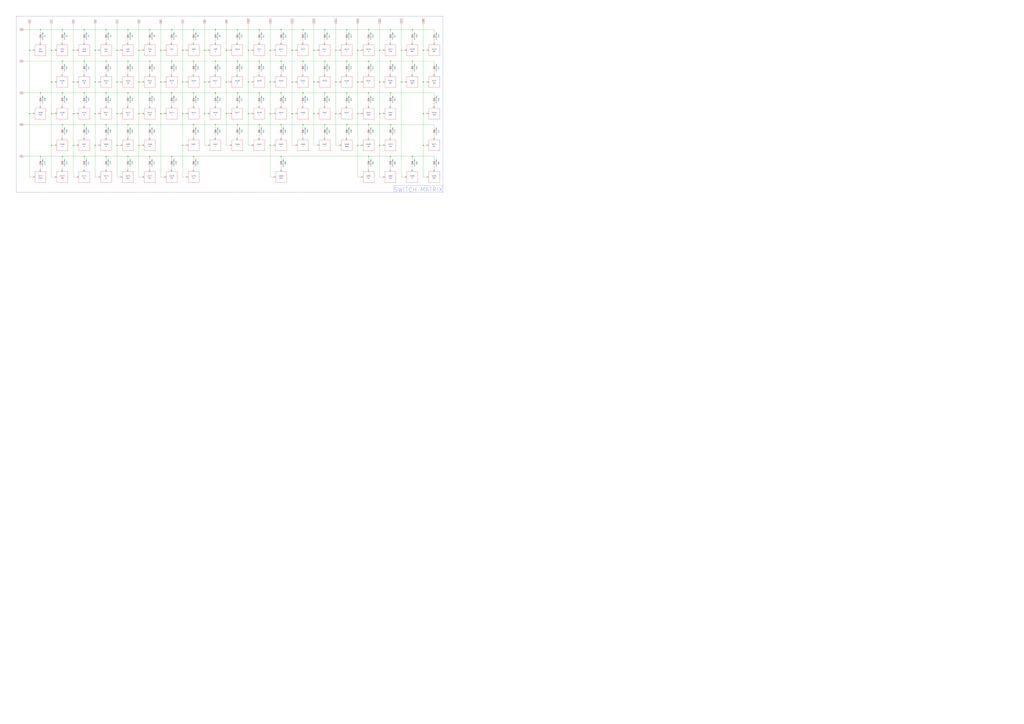
<source format=kicad_sch>
(kicad_sch (version 20230121) (generator eeschema)
  (paper "A0")
  (junction (at 326.39 71.12))
  (junction (at 427.99 71.12))
  (junction (at 85.09 168.91))
  (junction (at 110.49 95.25))
  (junction (at 478.79 71.12))
  (junction (at 364.49 95.25))
  (junction (at 46.99 181.61))
  (junction (at 377.19 71.12))
  (junction (at 415.29 132.08))
  (junction (at 110.49 168.91))
  (junction (at 110.49 132.08))
  (junction (at 377.19 107.95))
  (junction (at 351.79 144.78))
  (junction (at 262.89 95.25))
  (junction (at 97.79 181.61))
  (junction (at 326.39 107.95))
  (junction (at 224.79 34.29))
  (junction (at 72.39 34.29))
  (junction (at 440.69 58.42))
  (junction (at 72.39 144.78))
  (junction (at 478.79 181.61))
  (junction (at 97.79 144.78))
  (junction (at 97.79 107.95))
  (junction (at 173.99 144.78))
  (junction (at 351.79 107.95))
  (junction (at 212.09 132.08))
  (junction (at 123.19 107.95))
  (junction (at 453.39 71.12))
  (junction (at 339.09 95.25))
  (junction (at 46.99 107.95))
  (junction (at 427.99 144.78))
  (junction (at 453.39 144.78))
  (junction (at 199.39 34.29))
  (junction (at 199.39 181.61))
  (junction (at 339.09 58.42))
  (junction (at 148.59 34.29))
  (junction (at 135.89 95.25))
  (junction (at 466.09 58.42))
  (junction (at 415.29 58.42))
  (junction (at 199.39 71.12))
  (junction (at 364.49 132.08))
  (junction (at 85.09 132.08))
  (junction (at 224.79 107.95))
  (junction (at 389.89 58.42))
  (junction (at 59.69 132.08))
  (junction (at 148.59 71.12))
  (junction (at 453.39 181.61))
  (junction (at 46.99 34.29))
  (junction (at 427.99 34.29))
  (junction (at 313.69 132.08))
  (junction (at 300.99 71.12))
  (junction (at 364.49 58.42))
  (junction (at 453.39 107.95))
  (junction (at 491.49 132.08))
  (junction (at 161.29 58.42))
  (junction (at 199.39 107.95))
  (junction (at 110.49 58.42))
  (junction (at 415.29 95.25))
  (junction (at 351.79 71.12))
  (junction (at 148.59 107.95))
  (junction (at 161.29 168.91))
  (junction (at 491.49 58.42))
  (junction (at 186.69 58.42))
  (junction (at 186.69 132.08))
  (junction (at 123.19 181.61))
  (junction (at 59.69 168.91))
  (junction (at 440.69 95.25))
  (junction (at 237.49 132.08))
  (junction (at 389.89 95.25))
  (junction (at 85.09 95.25))
  (junction (at 300.99 107.95))
  (junction (at 123.19 71.12))
  (junction (at 148.59 144.78))
  (junction (at 161.29 95.25))
  (junction (at 212.09 58.42))
  (junction (at 224.79 71.12))
  (junction (at 326.39 34.29))
  (junction (at 237.49 58.42))
  (junction (at 212.09 168.91))
  (junction (at 313.69 95.25))
  (junction (at 237.49 95.25))
  (junction (at 300.99 34.29))
  (junction (at 453.39 34.29))
  (junction (at 377.19 144.78))
  (junction (at 275.59 144.78))
  (junction (at 427.99 181.61))
  (junction (at 34.29 58.42))
  (junction (at 123.19 34.29))
  (junction (at 440.69 168.91))
  (junction (at 123.19 144.78))
  (junction (at 478.79 34.29))
  (junction (at 491.49 95.25))
  (junction (at 389.89 132.08))
  (junction (at 313.69 58.42))
  (junction (at 148.59 181.61))
  (junction (at 173.99 181.61))
  (junction (at 402.59 107.95))
  (junction (at 351.79 34.29))
  (junction (at 173.99 71.12))
  (junction (at 85.09 58.42))
  (junction (at 427.99 107.95))
  (junction (at 72.39 107.95))
  (junction (at 339.09 132.08))
  (junction (at 288.29 132.08))
  (junction (at 72.39 71.12))
  (junction (at 402.59 71.12))
  (junction (at 262.89 132.08))
  (junction (at 377.19 34.29))
  (junction (at 173.99 34.29))
  (junction (at 326.39 144.78))
  (junction (at 250.19 107.95))
  (junction (at 173.99 107.95))
  (junction (at 300.99 144.78))
  (junction (at 59.69 58.42))
  (junction (at 262.89 58.42))
  (junction (at 186.69 95.25))
  (junction (at 224.79 181.61))
  (junction (at 224.79 144.78))
  (junction (at 275.59 34.29))
  (junction (at 288.29 95.25))
  (junction (at 135.89 132.08))
  (junction (at 72.39 181.61))
  (junction (at 135.89 168.91))
  (junction (at 313.69 168.91))
  (junction (at 250.19 71.12))
  (junction (at 415.29 168.91))
  (junction (at 135.89 58.42))
  (junction (at 275.59 71.12))
  (junction (at 440.69 132.08))
  (junction (at 466.09 95.25))
  (junction (at 97.79 71.12))
  (junction (at 275.59 107.95))
  (junction (at 212.09 95.25))
  (junction (at 402.59 144.78))
  (junction (at 59.69 95.25))
  (junction (at 288.29 58.42))
  (junction (at 250.19 144.78))
  (junction (at 34.29 132.08))
  (junction (at 250.19 34.29))
  (junction (at 326.39 181.61))
  (junction (at 402.59 34.29))
  (junction (at 97.79 34.29))
  (junction (at 161.29 132.08))
  (junction (at 491.49 168.91))
  (wire (pts (xy 250.19 71.12) (xy 250.19 74.93)))
  (wire (pts (xy 199.39 107.95) (xy 199.39 111.76)))
  (wire (pts (xy 135.89 168.91) (xy 139.7 168.91)))
  (wire (pts (xy 46.99 181.61) (xy 72.39 181.61)))
  (wire (pts (xy 212.09 58.42) (xy 215.9 58.42)))
  (wire (pts (xy 250.19 107.95) (xy 275.59 107.95)))
  (wire (pts (xy 402.59 34.29) (xy 427.99 34.29)))
  (wire (pts (xy 364.49 95.25) (xy 364.49 132.08)))
  (wire (pts (xy 339.09 132.08) (xy 342.9 132.08)))
  (wire (pts (xy 342.9 168.91) (xy 339.09 168.91)))
  (wire (pts (xy 491.49 27.94) (xy 491.49 58.42)))
  (wire (pts (xy 415.29 95.25) (xy 415.29 132.08)))
  (wire (pts (xy 466.09 95.25) (xy 466.09 205.74)))
  (wire (pts (xy 34.29 132.08) (xy 38.1 132.08)))
  (wire (pts (xy 199.39 45.72) (xy 199.39 49.53)))
  (wire (pts (xy 199.39 119.38) (xy 199.39 123.19)))
  (wire (pts (xy 317.5 205.74) (xy 313.69 205.74)))
  (wire (pts (xy 237.49 27.94) (xy 237.49 58.42)))
  (wire (pts (xy 59.69 58.42) (xy 59.69 95.25)))
  (wire (pts (xy 237.49 95.25) (xy 241.3 95.25)))
  (wire (pts (xy 123.19 181.61) (xy 123.19 185.42)))
  (wire (pts (xy 491.49 58.42) (xy 495.3 58.42)))
  (wire (pts (xy 326.39 71.12) (xy 351.79 71.12)))
  (wire (pts (xy 288.29 95.25) (xy 292.1 95.25)))
  (wire (pts (xy 389.89 95.25) (xy 389.89 132.08)))
  (wire (pts (xy 364.49 132.08) (xy 364.49 168.91)))
  (wire (pts (xy 85.09 95.25) (xy 85.09 132.08)))
  (wire (pts (xy 453.39 107.95) (xy 453.39 111.76)))
  (wire (pts (xy 377.19 144.78) (xy 402.59 144.78)))
  (wire (pts (xy 326.39 107.95) (xy 351.79 107.95)))
  (wire (pts (xy 27.94 107.95) (xy 46.99 107.95)))
  (wire (pts (xy 250.19 45.72) (xy 250.19 49.53)))
  (wire (pts (xy 72.39 107.95) (xy 97.79 107.95)))
  (wire (pts (xy 504.19 119.38) (xy 504.19 123.19)))
  (wire (pts (xy 72.39 181.61) (xy 72.39 185.42)))
  (wire (pts (xy 148.59 144.78) (xy 173.99 144.78)))
  (wire (pts (xy 351.79 71.12) (xy 377.19 71.12)))
  (wire (pts (xy 123.19 82.55) (xy 123.19 86.36)))
  (wire (pts (xy 212.09 132.08) (xy 212.09 168.91)))
  (wire (pts (xy 453.39 45.72) (xy 453.39 49.53)))
  (wire (pts (xy 275.59 45.72) (xy 275.59 49.53)))
  (wire (pts (xy 224.79 107.95) (xy 250.19 107.95)))
  (wire (pts (xy 161.29 168.91) (xy 165.1 168.91)))
  (wire (pts (xy 46.99 45.72) (xy 46.99 49.53)))
  (wire (pts (xy 224.79 34.29) (xy 224.79 38.1)))
  (wire (pts (xy 59.69 168.91) (xy 63.5 168.91)))
  (wire (pts (xy 250.19 156.21) (xy 250.19 160.02)))
  (wire (pts (xy 123.19 193.04) (xy 123.19 196.85)))
  (wire (pts (xy 300.99 107.95) (xy 326.39 107.95)))
  (wire (pts (xy 504.19 181.61) (xy 504.19 185.42)))
  (wire (pts (xy 478.79 181.61) (xy 478.79 185.42)))
  (wire (pts (xy 377.19 82.55) (xy 377.19 86.36)))
  (wire (pts (xy 427.99 34.29) (xy 453.39 34.29)))
  (wire (pts (xy 351.79 45.72) (xy 351.79 49.53)))
  (wire (pts (xy 339.09 27.94) (xy 339.09 58.42)))
  (wire (pts (xy 427.99 156.21) (xy 427.99 160.02)))
  (wire (pts (xy 491.49 95.25) (xy 495.3 95.25)))
  (wire (pts (xy 161.29 168.91) (xy 161.29 205.74)))
  (wire (pts (xy 97.79 71.12) (xy 97.79 74.93)))
  (wire (pts (xy 351.79 34.29) (xy 377.19 34.29)))
  (wire (pts (xy 148.59 71.12) (xy 148.59 74.93)))
  (wire (pts (xy 199.39 193.04) (xy 199.39 196.85)))
  (wire (pts (xy 148.59 193.04) (xy 148.59 196.85)))
  (wire (pts (xy 85.09 132.08) (xy 85.09 168.91)))
  (wire (pts (xy 275.59 71.12) (xy 275.59 74.93)))
  (wire (pts (xy 504.19 193.04) (xy 504.19 196.85)))
  (wire (pts (xy 212.09 168.91) (xy 212.09 205.74)))
  (wire (pts (xy 427.99 144.78) (xy 453.39 144.78)))
  (wire (pts (xy 275.59 119.38) (xy 275.59 123.19)))
  (wire (pts (xy 491.49 95.25) (xy 491.49 132.08)))
  (wire (pts (xy 453.39 144.78) (xy 504.19 144.78)))
  (wire (pts (xy 135.89 58.42) (xy 139.7 58.42)))
  (wire (pts (xy 85.09 132.08) (xy 88.9 132.08)))
  (wire (pts (xy 59.69 168.91) (xy 59.69 205.74)))
  (wire (pts (xy 266.7 168.91) (xy 262.89 168.91)))
  (wire (pts (xy 288.29 132.08) (xy 292.1 132.08)))
  (wire (pts (xy 389.89 132.08) (xy 389.89 168.91)))
  (wire (pts (xy 250.19 34.29) (xy 250.19 38.1)))
  (wire (pts (xy 402.59 107.95) (xy 402.59 111.76)))
  (wire (pts (xy 326.39 144.78) (xy 351.79 144.78)))
  (wire (pts (xy 250.19 34.29) (xy 275.59 34.29)))
  (wire (pts (xy 59.69 95.25) (xy 63.5 95.25)))
  (wire (pts (xy 262.89 58.42) (xy 266.7 58.42)))
  (wire (pts (xy 199.39 71.12) (xy 224.79 71.12)))
  (wire (pts (xy 478.79 181.61) (xy 504.19 181.61)))
  (wire (pts (xy 72.39 34.29) (xy 97.79 34.29)))
  (wire (pts (xy 148.59 181.61) (xy 148.59 185.42)))
  (wire (pts (xy 377.19 71.12) (xy 377.19 74.93)))
  (wire (pts (xy 110.49 58.42) (xy 114.3 58.42)))
  (wire (pts (xy 326.39 82.55) (xy 326.39 86.36)))
  (wire (pts (xy 237.49 132.08) (xy 241.3 132.08)))
  (wire (pts (xy 313.69 58.42) (xy 313.69 95.25)))
  (wire (pts (xy 224.79 71.12) (xy 250.19 71.12)))
  (wire (pts (xy 110.49 58.42) (xy 110.49 95.25)))
  (wire (pts (xy 368.3 168.91) (xy 364.49 168.91)))
  (wire (pts (xy 364.49 95.25) (xy 368.3 95.25)))
  (wire (pts (xy 173.99 107.95) (xy 199.39 107.95)))
  (wire (pts (xy 262.89 132.08) (xy 266.7 132.08)))
  (wire (pts (xy 427.99 107.95) (xy 453.39 107.95)))
  (wire (pts (xy 46.99 193.04) (xy 46.99 196.85)))
  (wire (pts (xy 262.89 27.94) (xy 262.89 58.42)))
  (wire (pts (xy 364.49 132.08) (xy 368.3 132.08)))
  (wire (pts (xy 186.69 58.42) (xy 190.5 58.42)))
  (wire (pts (xy 224.79 107.95) (xy 224.79 111.76)))
  (wire (pts (xy 453.39 181.61) (xy 453.39 185.42)))
  (wire (pts (xy 339.09 95.25) (xy 342.9 95.25)))
  (wire (pts (xy 288.29 95.25) (xy 288.29 132.08)))
  (wire (pts (xy 97.79 181.61) (xy 97.79 185.42)))
  (wire (pts (xy 88.9 205.74) (xy 85.09 205.74)))
  (wire (pts (xy 351.79 119.38) (xy 351.79 123.19)))
  (wire (pts (xy 389.89 132.08) (xy 393.7 132.08)))
  (wire (pts (xy 97.79 71.12) (xy 123.19 71.12)))
  (wire (pts (xy 389.89 27.94) (xy 389.89 58.42)))
  (wire (pts (xy 351.79 107.95) (xy 377.19 107.95)))
  (wire (pts (xy 97.79 82.55) (xy 97.79 86.36)))
  (wire (pts (xy 326.39 45.72) (xy 326.39 49.53)))
  (wire (pts (xy 440.69 58.42) (xy 444.5 58.42)))
  (wire (pts (xy 72.39 119.38) (xy 72.39 123.19)))
  (wire (pts (xy 466.09 58.42) (xy 469.9 58.42)))
  (wire (pts (xy 300.99 34.29) (xy 326.39 34.29)))
  (wire (pts (xy 123.19 34.29) (xy 148.59 34.29)))
  (wire (pts (xy 212.09 95.25) (xy 215.9 95.25)))
  (wire (pts (xy 389.89 58.42) (xy 389.89 95.25)))
  (wire (pts (xy 415.29 95.25) (xy 419.1 95.25)))
  (wire (pts (xy 199.39 34.29) (xy 224.79 34.29)))
  (wire (pts (xy 186.69 95.25) (xy 190.5 95.25)))
  (wire (pts (xy 224.79 34.29) (xy 250.19 34.29)))
  (wire (pts (xy 97.79 34.29) (xy 97.79 38.1)))
  (wire (pts (xy 186.69 58.42) (xy 186.69 95.25)))
  (wire (pts (xy 402.59 71.12) (xy 402.59 74.93)))
  (wire (pts (xy 85.09 58.42) (xy 88.9 58.42)))
  (wire (pts (xy 440.69 168.91) (xy 444.5 168.91)))
  (wire (pts (xy 504.19 156.21) (xy 504.19 160.02)))
  (wire (pts (xy 250.19 107.95) (xy 250.19 111.76)))
  (wire (pts (xy 453.39 71.12) (xy 478.79 71.12)))
  (wire (pts (xy 250.19 82.55) (xy 250.19 86.36)))
  (wire (pts (xy 504.19 71.12) (xy 504.19 74.93)))
  (wire (pts (xy 212.09 58.42) (xy 212.09 95.25)))
  (wire (pts (xy 364.49 58.42) (xy 368.3 58.42)))
  (wire (pts (xy 402.59 107.95) (xy 427.99 107.95)))
  (wire (pts (xy 97.79 144.78) (xy 97.79 148.59)))
  (wire (pts (xy 466.09 95.25) (xy 469.9 95.25)))
  (wire (pts (xy 186.69 95.25) (xy 186.69 132.08)))
  (wire (pts (xy 427.99 71.12) (xy 453.39 71.12)))
  (wire (pts (xy 46.99 34.29) (xy 46.99 38.1)))
  (wire (pts (xy 389.89 95.25) (xy 393.7 95.25)))
  (wire (pts (xy 326.39 181.61) (xy 427.99 181.61)))
  (wire (pts (xy 161.29 58.42) (xy 161.29 95.25)))
  (wire (pts (xy 364.49 58.42) (xy 364.49 95.25)))
  (wire (pts (xy 161.29 58.42) (xy 165.1 58.42)))
  (wire (pts (xy 377.19 34.29) (xy 377.19 38.1)))
  (wire (pts (xy 135.89 95.25) (xy 135.89 132.08)))
  (wire (pts (xy 313.69 95.25) (xy 317.5 95.25)))
  (wire (pts (xy 275.59 34.29) (xy 300.99 34.29)))
  (wire (pts (xy 440.69 132.08) (xy 440.69 168.91)))
  (wire (pts (xy 34.29 132.08) (xy 34.29 205.74)))
  (wire (pts (xy 224.79 156.21) (xy 224.79 160.02)))
  (wire (pts (xy 275.59 71.12) (xy 300.99 71.12)))
  (wire (pts (xy 491.49 168.91) (xy 491.49 205.74)))
  (wire (pts (xy 377.19 45.72) (xy 377.19 49.53)))
  (wire (pts (xy 46.99 107.95) (xy 46.99 111.76)))
  (wire (pts (xy 224.79 181.61) (xy 326.39 181.61)))
  (wire (pts (xy 135.89 58.42) (xy 135.89 95.25)))
  (wire (pts (xy 72.39 144.78) (xy 72.39 148.59)))
  (wire (pts (xy 393.7 168.91) (xy 389.89 168.91)))
  (wire (pts (xy 504.19 107.95) (xy 504.19 111.76)))
  (wire (pts (xy 139.7 205.74) (xy 135.89 205.74)))
  (wire (pts (xy 215.9 205.74) (xy 212.09 205.74)))
  (wire (pts (xy 469.9 205.74) (xy 466.09 205.74)))
  (wire (pts (xy 377.19 119.38) (xy 377.19 123.19)))
  (wire (pts (xy 97.79 144.78) (xy 123.19 144.78)))
  (wire (pts (xy 288.29 27.94) (xy 288.29 58.42)))
  (wire (pts (xy 72.39 71.12) (xy 72.39 74.93)))
  (wire (pts (xy 300.99 71.12) (xy 300.99 74.93)))
  (wire (pts (xy 123.19 144.78) (xy 123.19 148.59)))
  (wire (pts (xy 97.79 193.04) (xy 97.79 196.85)))
  (wire (pts (xy 440.69 132.08) (xy 444.5 132.08)))
  (wire (pts (xy 377.19 71.12) (xy 402.59 71.12)))
  (wire (pts (xy 85.09 168.91) (xy 85.09 205.74)))
  (wire (pts (xy 173.99 34.29) (xy 173.99 38.1)))
  (wire (pts (xy 123.19 71.12) (xy 148.59 71.12)))
  (wire (pts (xy 97.79 45.72) (xy 97.79 49.53)))
  (wire (pts (xy 123.19 119.38) (xy 123.19 123.19)))
  (wire (pts (xy 72.39 34.29) (xy 72.39 38.1)))
  (wire (pts (xy 72.39 82.55) (xy 72.39 86.36)))
  (wire (pts (xy 123.19 71.12) (xy 123.19 74.93)))
  (wire (pts (xy 27.94 181.61) (xy 46.99 181.61)))
  (wire (pts (xy 46.99 119.38) (xy 46.99 123.19)))
  (wire (pts (xy 224.79 71.12) (xy 224.79 74.93)))
  (wire (pts (xy 478.79 82.55) (xy 478.79 86.36)))
  (wire (pts (xy 34.29 58.42) (xy 38.1 58.42)))
  (wire (pts (xy 440.69 168.91) (xy 440.69 205.74)))
  (wire (pts (xy 326.39 71.12) (xy 326.39 74.93)))
  (wire (pts (xy 440.69 58.42) (xy 440.69 95.25)))
  (wire (pts (xy 313.69 168.91) (xy 317.5 168.91)))
  (wire (pts (xy 148.59 34.29) (xy 148.59 38.1)))
  (polyline (pts (xy 514.35 215.9) (xy 457.2 215.9)) (stroke (width 0) (type dash)))
  (wire (pts (xy 186.69 27.94) (xy 186.69 58.42)))
  (wire (pts (xy 427.99 107.95) (xy 427.99 111.76)))
  (wire (pts (xy 491.49 58.42) (xy 491.49 95.25)))
  (wire (pts (xy 292.1 168.91) (xy 288.29 168.91)))
  (wire (pts (xy 97.79 34.29) (xy 123.19 34.29)))
  (wire (pts (xy 402.59 144.78) (xy 402.59 148.59)))
  (wire (pts (xy 148.59 34.29) (xy 173.99 34.29)))
  (wire (pts (xy 504.19 144.78) (xy 504.19 148.59)))
  (wire (pts (xy 72.39 181.61) (xy 97.79 181.61)))
  (wire (pts (xy 491.49 132.08) (xy 495.3 132.08)))
  (wire (pts (xy 212.09 27.94) (xy 212.09 58.42)))
  (wire (pts (xy 148.59 107.95) (xy 173.99 107.95)))
  (wire (pts (xy 110.49 168.91) (xy 114.3 168.91)))
  (polyline (pts (xy 514.35 19.05) (xy 514.35 223.52)) (stroke (width 0) (type dash)))
  (wire (pts (xy 402.59 119.38) (xy 402.59 123.19)))
  (wire (pts (xy 453.39 144.78) (xy 453.39 148.59)))
  (wire (pts (xy 199.39 181.61) (xy 224.79 181.61)))
  (wire (pts (xy 415.29 132.08) (xy 419.1 132.08)))
  (wire (pts (xy 190.5 205.74) (xy 186.69 205.74)))
  (wire (pts (xy 364.49 27.94) (xy 364.49 58.42)))
  (wire (pts (xy 444.5 205.74) (xy 440.69 205.74)))
  (wire (pts (xy 97.79 119.38) (xy 97.79 123.19)))
  (wire (pts (xy 275.59 144.78) (xy 300.99 144.78)))
  (wire (pts (xy 453.39 119.38) (xy 453.39 123.19)))
  (wire (pts (xy 97.79 107.95) (xy 97.79 111.76)))
  (wire (pts (xy 351.79 144.78) (xy 351.79 148.59)))
  (wire (pts (xy 199.39 34.29) (xy 199.39 38.1)))
  (wire (pts (xy 148.59 107.95) (xy 148.59 111.76)))
  (wire (pts (xy 313.69 168.91) (xy 313.69 205.74)))
  (wire (pts (xy 46.99 107.95) (xy 72.39 107.95)))
  (wire (pts (xy 427.99 119.38) (xy 427.99 123.19)))
  (wire (pts (xy 491.49 132.08) (xy 491.49 168.91)))
  (wire (pts (xy 148.59 144.78) (xy 148.59 148.59)))
  (wire (pts (xy 326.39 144.78) (xy 326.39 148.59)))
  (wire (pts (xy 38.1 205.74) (xy 34.29 205.74)))
  (wire (pts (xy 224.79 181.61) (xy 224.79 185.42)))
  (wire (pts (xy 110.49 27.94) (xy 110.49 58.42)))
  (wire (pts (xy 173.99 71.12) (xy 199.39 71.12)))
  (wire (pts (xy 186.69 132.08) (xy 190.5 132.08)))
  (wire (pts (xy 123.19 107.95) (xy 123.19 111.76)))
  (wire (pts (xy 199.39 107.95) (xy 224.79 107.95)))
  (wire (pts (xy 504.19 82.55) (xy 504.19 86.36)))
  (wire (pts (xy 123.19 156.21) (xy 123.19 160.02)))
  (wire (pts (xy 135.89 95.25) (xy 139.7 95.25)))
  (wire (pts (xy 351.79 34.29) (xy 351.79 38.1)))
  (wire (pts (xy 34.29 27.94) (xy 34.29 58.42)))
  (wire (pts (xy 427.99 193.04) (xy 427.99 196.85)))
  (wire (pts (xy 224.79 144.78) (xy 250.19 144.78)))
  (wire (pts (xy 85.09 95.25) (xy 88.9 95.25)))
  (wire (pts (xy 313.69 95.25) (xy 313.69 132.08)))
  (wire (pts (xy 173.99 82.55) (xy 173.99 86.36)))
  (wire (pts (xy 250.19 144.78) (xy 250.19 148.59)))
  (wire (pts (xy 478.79 71.12) (xy 504.19 71.12)))
  (wire (pts (xy 237.49 132.08) (xy 237.49 168.91)))
  (wire (pts (xy 466.09 58.42) (xy 466.09 95.25)))
  (wire (pts (xy 161.29 132.08) (xy 165.1 132.08)))
  (wire (pts (xy 173.99 193.04) (xy 173.99 196.85)))
  (wire (pts (xy 504.19 45.72) (xy 504.19 49.53)))
  (wire (pts (xy 97.79 107.95) (xy 123.19 107.95)))
  (wire (pts (xy 415.29 168.91) (xy 419.1 168.91)))
  (wire (pts (xy 161.29 95.25) (xy 165.1 95.25)))
  (wire (pts (xy 275.59 144.78) (xy 275.59 148.59)))
  (wire (pts (xy 326.39 34.29) (xy 351.79 34.29)))
  (wire (pts (xy 351.79 82.55) (xy 351.79 86.36)))
  (wire (pts (xy 262.89 132.08) (xy 262.89 168.91)))
  (wire (pts (xy 199.39 71.12) (xy 199.39 74.93)))
  (wire (pts (xy 453.39 181.61) (xy 478.79 181.61)))
  (wire (pts (xy 250.19 119.38) (xy 250.19 123.19)))
  (wire (pts (xy 300.99 34.29) (xy 300.99 38.1)))
  (wire (pts (xy 478.79 71.12) (xy 478.79 74.93)))
  (wire (pts (xy 123.19 107.95) (xy 148.59 107.95)))
  (wire (pts (xy 419.1 205.74) (xy 415.29 205.74)))
  (wire (pts (xy 478.79 34.29) (xy 504.19 34.29)))
  (wire (pts (xy 427.99 181.61) (xy 453.39 181.61)))
  (wire (pts (xy 313.69 132.08) (xy 317.5 132.08)))
  (wire (pts (xy 148.59 181.61) (xy 173.99 181.61)))
  (wire (pts (xy 427.99 144.78) (xy 427.99 148.59)))
  (wire (pts (xy 262.89 58.42) (xy 262.89 95.25)))
  (wire (pts (xy 313.69 27.94) (xy 313.69 58.42)))
  (wire (pts (xy 453.39 82.55) (xy 453.39 86.36)))
  (wire (pts (xy 224.79 119.38) (xy 224.79 123.19)))
  (wire (pts (xy 237.49 58.42) (xy 237.49 95.25)))
  (wire (pts (xy 300.99 144.78) (xy 326.39 144.78)))
  (wire (pts (xy 275.59 34.29) (xy 275.59 38.1)))
  (wire (pts (xy 326.39 181.61) (xy 326.39 185.42)))
  (wire (pts (xy 199.39 181.61) (xy 199.39 185.42)))
  (wire (pts (xy 224.79 193.04) (xy 224.79 196.85)))
  (wire (pts (xy 440.69 95.25) (xy 444.5 95.25)))
  (wire (pts (xy 415.29 58.42) (xy 419.1 58.42)))
  (wire (pts (xy 72.39 71.12) (xy 97.79 71.12)))
  (wire (pts (xy 339.09 95.25) (xy 339.09 132.08)))
  (wire (pts (xy 351.79 144.78) (xy 377.19 144.78)))
  (wire (pts (xy 300.99 119.38) (xy 300.99 123.19)))
  (wire (pts (xy 288.29 58.42) (xy 288.29 95.25)))
  (wire (pts (xy 427.99 181.61) (xy 427.99 185.42)))
  (wire (pts (xy 135.89 168.91) (xy 135.89 205.74)))
  (wire (pts (xy 313.69 132.08) (xy 313.69 168.91)))
  (wire (pts (xy 427.99 45.72) (xy 427.99 49.53)))
  (wire (pts (xy 427.99 71.12) (xy 427.99 74.93)))
  (wire (pts (xy 478.79 193.04) (xy 478.79 196.85)))
  (wire (pts (xy 377.19 156.21) (xy 377.19 160.02)))
  (wire (pts (xy 427.99 34.29) (xy 427.99 38.1)))
  (wire (pts (xy 110.49 95.25) (xy 110.49 132.08)))
  (wire (pts (xy 415.29 58.42) (xy 415.29 95.25)))
  (wire (pts (xy 161.29 27.94) (xy 161.29 58.42)))
  (wire (pts (xy 453.39 71.12) (xy 453.39 74.93)))
  (wire (pts (xy 135.89 132.08) (xy 139.7 132.08)))
  (wire (pts (xy 173.99 34.29) (xy 199.39 34.29)))
  (wire (pts (xy 72.39 45.72) (xy 72.39 49.53)))
  (wire (pts (xy 326.39 156.21) (xy 326.39 160.02)))
  (wire (pts (xy 478.79 45.72) (xy 478.79 49.53)))
  (wire (pts (xy 300.99 156.21) (xy 300.99 160.02)))
  (wire (pts (xy 495.3 205.74) (xy 491.49 205.74)))
  (wire (pts (xy 72.39 156.21) (xy 72.39 160.02)))
  (wire (pts (xy 173.99 181.61) (xy 199.39 181.61)))
  (wire (pts (xy 186.69 132.08) (xy 186.69 205.74)))
  (wire (pts (xy 326.39 193.04) (xy 326.39 196.85)))
  (wire (pts (xy 110.49 168.91) (xy 110.49 205.74)))
  (wire (pts (xy 237.49 58.42) (xy 241.3 58.42)))
  (wire (pts (xy 148.59 82.55) (xy 148.59 86.36)))
  (wire (pts (xy 466.09 27.94) (xy 466.09 58.42)))
  (wire (pts (xy 97.79 156.21) (xy 97.79 160.02)))
  (wire (pts (xy 123.19 34.29) (xy 123.19 38.1)))
  (wire (pts (xy 453.39 107.95) (xy 504.19 107.95)))
  (wire (pts (xy 46.99 34.29) (xy 72.39 34.29)))
  (wire (pts (xy 173.99 156.21) (xy 173.99 160.02)))
  (wire (pts (xy 300.99 144.78) (xy 300.99 148.59)))
  (polyline (pts (xy 19.05 19.05) (xy 514.35 19.05)) (stroke (width 0) (type dash)))
  (wire (pts (xy 288.29 58.42) (xy 292.1 58.42)))
  (wire (pts (xy 85.09 27.94) (xy 85.09 58.42)))
  (wire (pts (xy 148.59 71.12) (xy 173.99 71.12)))
  (wire (pts (xy 148.59 119.38) (xy 148.59 123.19)))
  (wire (pts (xy 402.59 34.29) (xy 402.59 38.1)))
  (wire (pts (xy 224.79 45.72) (xy 224.79 49.53)))
  (wire (pts (xy 453.39 34.29) (xy 453.39 38.1)))
  (polyline (pts (xy 457.2 215.9) (xy 457.2 223.52)) (stroke (width 0) (type dash)))
  (wire (pts (xy 97.79 181.61) (xy 123.19 181.61)))
  (wire (pts (xy 148.59 45.72) (xy 148.59 49.53)))
  (wire (pts (xy 377.19 34.29) (xy 402.59 34.29)))
  (wire (pts (xy 199.39 82.55) (xy 199.39 86.36)))
  (polyline (pts (xy 19.05 19.05) (xy 19.05 223.52)) (stroke (width 0) (type dash)))
  (wire (pts (xy 212.09 95.25) (xy 212.09 132.08)))
  (wire (pts (xy 59.69 132.08) (xy 59.69 168.91)))
  (wire (pts (xy 46.99 181.61) (xy 46.99 185.42)))
  (wire (pts (xy 135.89 132.08) (xy 135.89 168.91)))
  (polyline (pts (xy 514.35 223.52) (xy 19.05 223.52)) (stroke (width 0) (type dash)))
  (wire (pts (xy 63.5 205.74) (xy 59.69 205.74)))
  (wire (pts (xy 415.29 168.91) (xy 415.29 205.74)))
  (wire (pts (xy 351.79 107.95) (xy 351.79 111.76)))
  (wire (pts (xy 85.09 58.42) (xy 85.09 95.25)))
  (wire (pts (xy 377.19 107.95) (xy 402.59 107.95)))
  (wire (pts (xy 262.89 95.25) (xy 262.89 132.08)))
  (wire (pts (xy 389.89 58.42) (xy 393.7 58.42)))
  (wire (pts (xy 491.49 168.91) (xy 495.3 168.91)))
  (wire (pts (xy 275.59 82.55) (xy 275.59 86.36)))
  (wire (pts (xy 173.99 144.78) (xy 224.79 144.78)))
  (wire (pts (xy 300.99 71.12) (xy 326.39 71.12)))
  (wire (pts (xy 27.94 144.78) (xy 72.39 144.78)))
  (wire (pts (xy 453.39 193.04) (xy 453.39 196.85)))
  (wire (pts (xy 110.49 132.08) (xy 110.49 168.91)))
  (wire (pts (xy 402.59 82.55) (xy 402.59 86.36)))
  (wire (pts (xy 165.1 205.74) (xy 161.29 205.74)))
  (wire (pts (xy 114.3 205.74) (xy 110.49 205.74)))
  (wire (pts (xy 173.99 71.12) (xy 173.99 74.93)))
  (wire (pts (xy 351.79 71.12) (xy 351.79 74.93)))
  (wire (pts (xy 415.29 132.08) (xy 415.29 168.91)))
  (wire (pts (xy 212.09 132.08) (xy 215.9 132.08)))
  (wire (pts (xy 402.59 156.21) (xy 402.59 160.02)))
  (wire (pts (xy 275.59 156.21) (xy 275.59 160.02)))
  (wire (pts (xy 173.99 119.38) (xy 173.99 123.19)))
  (wire (pts (xy 27.94 71.12) (xy 72.39 71.12)))
  (wire (pts (xy 415.29 27.94) (xy 415.29 58.42)))
  (wire (pts (xy 135.89 27.94) (xy 135.89 58.42)))
  (wire (pts (xy 326.39 107.95) (xy 326.39 111.76)))
  (wire (pts (xy 27.94 34.29) (xy 46.99 34.29)))
  (wire (pts (xy 326.39 119.38) (xy 326.39 123.19)))
  (wire (pts (xy 504.19 34.29) (xy 504.19 38.1)))
  (wire (pts (xy 288.29 132.08) (xy 288.29 168.91)))
  (wire (pts (xy 72.39 144.78) (xy 97.79 144.78)))
  (wire (pts (xy 237.49 95.25) (xy 237.49 132.08)))
  (wire (pts (xy 123.19 181.61) (xy 148.59 181.61)))
  (wire (pts (xy 85.09 168.91) (xy 88.9 168.91)))
  (wire (pts (xy 453.39 34.29) (xy 478.79 34.29)))
  (wire (pts (xy 59.69 27.94) (xy 59.69 58.42)))
  (wire (pts (xy 402.59 71.12) (xy 427.99 71.12)))
  (wire (pts (xy 300.99 45.72) (xy 300.99 49.53)))
  (wire (pts (xy 339.09 58.42) (xy 339.09 95.25)))
  (wire (pts (xy 224.79 82.55) (xy 224.79 86.36)))
  (wire (pts (xy 339.09 132.08) (xy 339.09 168.91)))
  (wire (pts (xy 123.19 144.78) (xy 148.59 144.78)))
  (wire (pts (xy 351.79 156.21) (xy 351.79 160.02)))
  (wire (pts (xy 250.19 144.78) (xy 275.59 144.78)))
  (wire (pts (xy 402.59 45.72) (xy 402.59 49.53)))
  (wire (pts (xy 123.19 45.72) (xy 123.19 49.53)))
  (wire (pts (xy 34.29 58.42) (xy 34.29 132.08)))
  (wire (pts (xy 173.99 45.72) (xy 173.99 49.53)))
  (wire (pts (xy 161.29 95.25) (xy 161.29 132.08)))
  (wire (pts (xy 377.19 107.95) (xy 377.19 111.76)))
  (wire (pts (xy 275.59 107.95) (xy 300.99 107.95)))
  (wire (pts (xy 326.39 34.29) (xy 326.39 38.1)))
  (wire (pts (xy 427.99 82.55) (xy 427.99 86.36)))
  (wire (pts (xy 300.99 82.55) (xy 300.99 86.36)))
  (wire (pts (xy 275.59 107.95) (xy 275.59 111.76)))
  (wire (pts (xy 440.69 95.25) (xy 440.69 132.08)))
  (wire (pts (xy 173.99 181.61) (xy 173.99 185.42)))
  (wire (pts (xy 313.69 58.42) (xy 317.5 58.42)))
  (wire (pts (xy 59.69 58.42) (xy 63.5 58.42)))
  (wire (pts (xy 224.79 144.78) (xy 224.79 148.59)))
  (wire (pts (xy 59.69 95.25) (xy 59.69 132.08)))
  (wire (pts (xy 453.39 156.21) (xy 453.39 160.02)))
  (wire (pts (xy 478.79 34.29) (xy 478.79 38.1)))
  (wire (pts (xy 262.89 95.25) (xy 266.7 95.25)))
  (wire (pts (xy 440.69 27.94) (xy 440.69 58.42)))
  (wire (pts (xy 72.39 107.95) (xy 72.39 111.76)))
  (wire (pts (xy 173.99 107.95) (xy 173.99 111.76)))
  (wire (pts (xy 241.3 168.91) (xy 237.49 168.91)))
  (wire (pts (xy 377.19 144.78) (xy 377.19 148.59)))
  (wire (pts (xy 72.39 193.04) (xy 72.39 196.85)))
  (wire (pts (xy 161.29 132.08) (xy 161.29 168.91)))
  (wire (pts (xy 300.99 107.95) (xy 300.99 111.76)))
  (wire (pts (xy 212.09 168.91) (xy 215.9 168.91)))
  (wire (pts (xy 110.49 95.25) (xy 114.3 95.25)))
  (wire (pts (xy 250.19 71.12) (xy 275.59 71.12)))
  (wire (pts (xy 110.49 132.08) (xy 114.3 132.08)))
  (wire (pts (xy 173.99 144.78) (xy 173.99 148.59)))
  (wire (pts (xy 148.59 156.21) (xy 148.59 160.02)))
  (wire (pts (xy 339.09 58.42) (xy 342.9 58.42)))
  (wire (pts (xy 402.59 144.78) (xy 427.99 144.78)))
  (wire (pts (xy 59.69 132.08) (xy 63.5 132.08)))
  (text "SWITCH MATRIX" (at 457.2 223.52 0) (effects (font (size 5 5)) (justify left bottom)))
  (global_label "C18" (shape input) (at 491.49 27.94 90) (property "Intersheetrefs" "${INTERSHEET_REFS}" (effects hide)))
  (global_label "C1" (shape input) (at 59.69 27.94 90) (property "Intersheetrefs" "${INTERSHEET_REFS}" (effects hide)))
  (global_label "C3" (shape input) (at 110.49 27.94 90) (property "Intersheetrefs" "${INTERSHEET_REFS}" (effects hide)))
  (global_label "R1" (shape input) (at 27.94 71.12 180) (property "Intersheetrefs" "${INTERSHEET_REFS}" (effects hide)))
  (global_label "C11" (shape input) (at 313.69 27.94 90) (property "Intersheetrefs" "${INTERSHEET_REFS}" (effects hide)))
  (global_label "C14" (shape input) (at 389.89 27.94 90) (property "Intersheetrefs" "${INTERSHEET_REFS}" (effects hide)))
  (global_label "C8" (shape input) (at 237.49 27.94 90) (property "Intersheetrefs" "${INTERSHEET_REFS}" (effects hide)))
  (global_label "C13" (shape input) (at 364.49 27.94 90) (property "Intersheetrefs" "${INTERSHEET_REFS}" (effects hide)))
  (global_label "R2" (shape input) (at 27.94 107.95 180) (property "Intersheetrefs" "${INTERSHEET_REFS}" (effects hide)))
  (global_label "C9" (shape input) (at 262.89 27.94 90) (property "Intersheetrefs" "${INTERSHEET_REFS}" (effects hide)))
  (global_label "C5" (shape input) (at 161.29 27.94 90) (property "Intersheetrefs" "${INTERSHEET_REFS}" (effects hide)))
  (global_label "C12" (shape input) (at 339.09 27.94 90) (property "Intersheetrefs" "${INTERSHEET_REFS}" (effects hide)))
  (global_label "R4" (shape input) (at 27.94 181.61 180) (property "Intersheetrefs" "${INTERSHEET_REFS}" (effects hide)))
  (global_label "C2" (shape input) (at 85.09 27.94 90) (property "Intersheetrefs" "${INTERSHEET_REFS}" (effects hide)))
  (global_label "C16" (shape input) (at 440.69 27.94 90) (property "Intersheetrefs" "${INTERSHEET_REFS}" (effects hide)))
  (global_label "C15" (shape input) (at 415.29 27.94 90) (property "Intersheetrefs" "${INTERSHEET_REFS}" (effects hide)))
  (global_label "C17" (shape input) (at 466.09 27.94 90) (property "Intersheetrefs" "${INTERSHEET_REFS}" (effects hide)))
  (global_label "C4" (shape input) (at 135.89 27.94 90) (property "Intersheetrefs" "${INTERSHEET_REFS}" (effects hide)))
  (global_label "R3" (shape input) (at 27.94 144.78 180) (property "Intersheetrefs" "${INTERSHEET_REFS}" (effects hide)))
  (global_label "R0" (shape input) (at 27.94 34.29 180) (property "Intersheetrefs" "${INTERSHEET_REFS}" (effects hide)))
  (global_label "C10" (shape input) (at 288.29 27.94 90) (property "Intersheetrefs" "${INTERSHEET_REFS}" (effects hide)))
  (global_label "C7" (shape input) (at 212.09 27.94 90) (property "Intersheetrefs" "${INTERSHEET_REFS}" (effects hide)))
  (global_label "C0" (shape input) (at 34.29 27.94 90) (property "Intersheetrefs" "${INTERSHEET_REFS}" (effects hide)))
  (global_label "C6" (shape input) (at 186.69 27.94 90) (property "Intersheetrefs" "${INTERSHEET_REFS}" (effects hide)))
  (symbol (lib_id "Diode:1N4148W") (at 148.59 115.57 270) (unit 1)
    (property "Reference" "D42" (at 153.67 115.57 0))
    (property "Value" "1N4148W" (at 151.13 115.57 0))
    (property "Footprint" "acheron_components:D_SOD-123" (effects hide))
    (property "Datasheet" "https://www.vishay.com/docs/85748/1n4148w.pdf" (effects hide))
    (property "Sim.Device" "D" (effects hide))
    (property "Sim.Pins" "1=K 2=A" (effects hide))
  )
  (symbol (lib_id "acheron_Symbols:Mechanical_Switch") (at 275.59 132.08 0) (unit 1)
    (property "Reference" "SW47" (at 275.59 130.81 0))
    (property "Value" "Mechanical_Switch" (effects hide))
    (property "Keycode" "F" (at 275.59 133.35 0) (effects (font (size 0.762 0.762))))
  )
  (symbol (lib_id "Diode:1N4148W") (at 453.39 115.57 270) (unit 1)
    (property "Reference" "D54" (at 458.47 115.57 0))
    (property "Value" "1N4148W" (at 455.93 115.57 0))
    (property "Footprint" "acheron_components:D_SOD-123" (effects hide))
    (property "Datasheet" "https://www.vishay.com/docs/85748/1n4148w.pdf" (effects hide))
    (property "Sim.Device" "D" (effects hide))
    (property "Sim.Pins" "1=K 2=A" (effects hide))
  )
  (symbol (lib_id "Diode:1N4148W") (at 224.79 152.4 270) (unit 1)
    (property "Reference" "D61" (at 229.87 152.4 0))
    (property "Value" "1N4148W" (at 227.33 152.4 0))
    (property "Footprint" "acheron_components:D_SOD-123" (effects hide))
    (property "Datasheet" "https://www.vishay.com/docs/85748/1n4148w.pdf" (effects hide))
    (property "Sim.Device" "D" (effects hide))
    (property "Sim.Pins" "1=K 2=A" (effects hide))
  )
  (symbol (lib_id "acheron_Symbols:Mechanical_Switch") (at 275.59 95.25 0) (unit 1)
    (property "Reference" "SW28" (at 275.59 93.98 0))
    (property "Value" "Mechanical_Switch" (effects hide))
    (property "Keycode" "R" (at 275.59 96.52 0) (effects (font (size 0.762 0.762))))
  )
  (symbol (lib_id "acheron_Symbols:Mechanical_Switch") (at 123.19 168.91 0) (unit 1)
    (property "Reference" "SW58" (at 123.19 167.64 0))
    (property "Value" "Mechanical_Switch" (effects hide))
    (property "Keycode" "P3" (at 123.19 170.18 0) (effects (font (size 0.762 0.762))))
  )
  (symbol (lib_id "Diode:1N4148W") (at 402.59 115.57 270) (unit 1)
    (property "Reference" "D52" (at 407.67 115.57 0))
    (property "Value" "1N4148W" (at 405.13 115.57 0))
    (property "Footprint" "acheron_components:D_SOD-123" (effects hide))
    (property "Datasheet" "https://www.vishay.com/docs/85748/1n4148w.pdf" (effects hide))
    (property "Sim.Device" "D" (effects hide))
    (property "Sim.Pins" "1=K 2=A" (effects hide))
  )
  (symbol (lib_id "Diode:1N4148W") (at 453.39 41.91 270) (unit 1)
    (property "Reference" "D17" (at 458.47 41.91 0))
    (property "Value" "1N4148W" (at 455.93 41.91 0))
    (property "Footprint" "acheron_components:D_SOD-123" (effects hide))
    (property "Datasheet" "https://www.vishay.com/docs/85748/1n4148w.pdf" (effects hide))
    (property "Sim.Device" "D" (effects hide))
    (property "Sim.Pins" "1=K 2=A" (effects hide))
  )
  (symbol (lib_id "acheron_Symbols:Mechanical_Switch") (at 326.39 58.42 0) (unit 1)
    (property "Reference" "SW12" (at 326.39 57.15 0))
    (property "Value" "Mechanical_Switch" (effects hide))
    (property "Keycode" "6" (at 326.39 59.69 0) (effects (font (size 0.762 0.762))))
  )
  (symbol (lib_id "Diode:1N4148W") (at 97.79 78.74 270) (unit 1)
    (property "Reference" "D21" (at 102.87 78.74 0))
    (property "Value" "1N4148W" (at 100.33 78.74 0))
    (property "Footprint" "acheron_components:D_SOD-123" (effects hide))
    (property "Datasheet" "https://www.vishay.com/docs/85748/1n4148w.pdf" (effects hide))
    (property "Sim.Device" "D" (effects hide))
    (property "Sim.Pins" "1=K 2=A" (effects hide))
  )
  (symbol (lib_id "Diode:1N4148W") (at 504.19 41.91 270) (unit 1)
    (property "Reference" "D19" (at 509.27 41.91 0))
    (property "Value" "1N4148W" (at 506.73 41.91 0))
    (property "Footprint" "acheron_components:D_SOD-123" (effects hide))
    (property "Datasheet" "https://www.vishay.com/docs/85748/1n4148w.pdf" (effects hide))
    (property "Sim.Device" "D" (effects hide))
    (property "Sim.Pins" "1=K 2=A" (effects hide))
  )
  (symbol (lib_id "acheron_Symbols:Mechanical_Switch") (at 377.19 132.08 0) (unit 1)
    (property "Reference" "SW51" (at 377.19 130.81 0))
    (property "Value" "Mechanical_Switch" (effects hide))
    (property "Keycode" "K" (at 377.19 133.35 0) (effects (font (size 0.762 0.762))))
  )
  (symbol (lib_id "acheron_Symbols:Mechanical_Switch") (at 453.39 58.42 0) (unit 1)
    (property "Reference" "SW17" (at 453.39 57.15 0))
    (property "Value" "Mechanical_Switch" (effects hide))
    (property "Keycode" "MINUS" (at 453.39 59.69 0) (effects (font (size 0.762 0.762))))
  )
  (symbol (lib_id "Diode:1N4148W") (at 123.19 152.4 270) (unit 1)
    (property "Reference" "D58" (at 128.27 152.4 0))
    (property "Value" "1N4148W" (at 125.73 152.4 0))
    (property "Footprint" "acheron_components:D_SOD-123" (effects hide))
    (property "Datasheet" "https://www.vishay.com/docs/85748/1n4148w.pdf" (effects hide))
    (property "Sim.Device" "D" (effects hide))
    (property "Sim.Pins" "1=K 2=A" (effects hide))
  )
  (symbol (lib_id "acheron_Symbols:Mechanical_Switch") (at 402.59 95.25 0) (unit 1)
    (property "Reference" "SW33" (at 402.59 93.98 0))
    (property "Value" "Mechanical_Switch" (effects hide))
    (property "Keycode" "O" (at 402.59 96.52 0) (effects (font (size 0.762 0.762))))
  )
  (symbol (lib_id "Diode:1N4148W") (at 199.39 115.57 270) (unit 1)
    (property "Reference" "D44" (at 204.47 115.57 0))
    (property "Value" "1N4148W" (at 201.93 115.57 0))
    (property "Footprint" "acheron_components:D_SOD-123" (effects hide))
    (property "Datasheet" "https://www.vishay.com/docs/85748/1n4148w.pdf" (effects hide))
    (property "Sim.Device" "D" (effects hide))
    (property "Sim.Pins" "1=K 2=A" (effects hide))
  )
  (symbol (lib_id "acheron_Symbols:Mechanical_Switch") (at 72.39 205.74 0) (unit 1)
    (property "Reference" "SW73" (at 72.39 204.47 0))
    (property "Value" "Mechanical_Switch" (effects hide))
    (property "Keycode" "PDOT" (at 72.39 207.01 0) (effects (font (size 0.762 0.762))))
  )
  (symbol (lib_id "acheron_Symbols:Mechanical_Switch") (at 504.19 132.08 0) (unit 1)
    (property "Reference" "SW55" (at 504.19 130.81 0))
    (property "Value" "Mechanical_Switch" (effects hide))
    (property "Keycode" "ENTER" (at 504.19 133.35 0) (effects (font (size 0.762 0.762))))
  )
  (symbol (lib_id "Diode:1N4148W") (at 224.79 115.57 270) (unit 1)
    (property "Reference" "D45" (at 229.87 115.57 0))
    (property "Value" "1N4148W" (at 227.33 115.57 0))
    (property "Footprint" "acheron_components:D_SOD-123" (effects hide))
    (property "Datasheet" "https://www.vishay.com/docs/85748/1n4148w.pdf" (effects hide))
    (property "Sim.Device" "D" (effects hide))
    (property "Sim.Pins" "1=K 2=A" (effects hide))
  )
  (symbol (lib_id "acheron_Symbols:Mechanical_Switch") (at 250.19 58.42 0) (unit 1)
    (property "Reference" "SW9" (at 250.19 57.15 0))
    (property "Value" "Mechanical_Switch" (effects hide))
    (property "Keycode" "3" (at 250.19 59.69 0) (effects (font (size 0.762 0.762))))
  )
  (symbol (lib_id "Diode:1N4148W") (at 97.79 189.23 270) (unit 1)
    (property "Reference" "D74" (at 102.87 189.23 0))
    (property "Value" "1N4148W" (at 100.33 189.23 0))
    (property "Footprint" "acheron_components:D_SOD-123" (effects hide))
    (property "Datasheet" "https://www.vishay.com/docs/85748/1n4148w.pdf" (effects hide))
    (property "Sim.Device" "D" (effects hide))
    (property "Sim.Pins" "1=K 2=A" (effects hide))
  )
  (symbol (lib_id "Diode:1N4148W") (at 478.79 78.74 270) (unit 1)
    (property "Reference" "D36" (at 483.87 78.74 0))
    (property "Value" "1N4148W" (at 481.33 78.74 0))
    (property "Footprint" "acheron_components:D_SOD-123" (effects hide))
    (property "Datasheet" "https://www.vishay.com/docs/85748/1n4148w.pdf" (effects hide))
    (property "Sim.Device" "D" (effects hide))
    (property "Sim.Pins" "1=K 2=A" (effects hide))
  )
  (symbol (lib_id "acheron_Symbols:Mechanical_Switch") (at 427.99 132.08 0) (unit 1)
    (property "Reference" "SW53" (at 427.99 130.81 0))
    (property "Value" "Mechanical_Switch" (effects hide))
    (property "Keycode" "COLON" (at 427.99 133.35 0) (effects (font (size 0.762 0.762))))
  )
  (symbol (lib_id "Diode:1N4148W") (at 97.79 152.4 270) (unit 1)
    (property "Reference" "D57" (at 102.87 152.4 0))
    (property "Value" "1N4148W" (at 100.33 152.4 0))
    (property "Footprint" "acheron_components:D_SOD-123" (effects hide))
    (property "Datasheet" "https://www.vishay.com/docs/85748/1n4148w.pdf" (effects hide))
    (property "Sim.Device" "D" (effects hide))
    (property "Sim.Pins" "1=K 2=A" (effects hide))
  )
  (symbol (lib_id "acheron_Symbols:Mechanical_Switch") (at 148.59 95.25 0) (unit 1)
    (property "Reference" "SW23" (at 148.59 93.98 0))
    (property "Value" "Mechanical_Switch" (effects hide))
    (property "Keycode" "END" (at 148.59 96.52 0) (effects (font (size 0.762 0.762))))
  )
  (symbol (lib_id "Diode:1N4148W") (at 224.79 78.74 270) (unit 1)
    (property "Reference" "D26" (at 229.87 78.74 0))
    (property "Value" "1N4148W" (at 227.33 78.74 0))
    (property "Footprint" "acheron_components:D_SOD-123" (effects hide))
    (property "Datasheet" "https://www.vishay.com/docs/85748/1n4148w.pdf" (effects hide))
    (property "Sim.Device" "D" (effects hide))
    (property "Sim.Pins" "1=K 2=A" (effects hide))
  )
  (symbol (lib_id "acheron_Symbols:Mechanical_Switch") (at 351.79 58.42 0) (unit 1)
    (property "Reference" "SW13" (at 351.79 57.15 0))
    (property "Value" "Mechanical_Switch" (effects hide))
    (property "Keycode" "7" (at 351.79 59.69 0) (effects (font (size 0.762 0.762))))
  )
  (symbol (lib_id "Diode:1N4148W") (at 427.99 41.91 270) (unit 1)
    (property "Reference" "D16" (at 433.07 41.91 0))
    (property "Value" "1N4148W" (at 430.53 41.91 0))
    (property "Footprint" "acheron_components:D_SOD-123" (effects hide))
    (property "Datasheet" "https://www.vishay.com/docs/85748/1n4148w.pdf" (effects hide))
    (property "Sim.Device" "D" (effects hide))
    (property "Sim.Pins" "1=K 2=A" (effects hide))
  )
  (symbol (lib_id "Diode:1N4148W") (at 377.19 41.91 270) (unit 1)
    (property "Reference" "D14" (at 382.27 41.91 0))
    (property "Value" "1N4148W" (at 379.73 41.91 0))
    (property "Footprint" "acheron_components:D_SOD-123" (effects hide))
    (property "Datasheet" "https://www.vishay.com/docs/85748/1n4148w.pdf" (effects hide))
    (property "Sim.Device" "D" (effects hide))
    (property "Sim.Pins" "1=K 2=A" (effects hide))
  )
  (symbol (lib_id "acheron_Symbols:Mechanical_Switch") (at 173.99 58.42 0) (unit 1)
    (property "Reference" "SW6" (at 173.99 57.15 0))
    (property "Value" "Mechanical_Switch" (effects hide))
    (property "Keycode" "ESC" (at 173.99 59.69 0) (effects (font (size 0.762 0.762))))
  )
  (symbol (lib_id "Diode:1N4148W") (at 300.99 115.57 270) (unit 1)
    (property "Reference" "D48" (at 306.07 115.57 0))
    (property "Value" "1N4148W" (at 303.53 115.57 0))
    (property "Footprint" "acheron_components:D_SOD-123" (effects hide))
    (property "Datasheet" "https://www.vishay.com/docs/85748/1n4148w.pdf" (effects hide))
    (property "Sim.Device" "D" (effects hide))
    (property "Sim.Pins" "1=K 2=A" (effects hide))
  )
  (symbol (lib_id "Diode:1N4148W") (at 275.59 115.57 270) (unit 1)
    (property "Reference" "D47" (at 280.67 115.57 0))
    (property "Value" "1N4148W" (at 278.13 115.57 0))
    (property "Footprint" "acheron_components:D_SOD-123" (effects hide))
    (property "Datasheet" "https://www.vishay.com/docs/85748/1n4148w.pdf" (effects hide))
    (property "Sim.Device" "D" (effects hide))
    (property "Sim.Pins" "1=K 2=A" (effects hide))
  )
  (symbol (lib_id "Diode:1N4148W") (at 453.39 152.4 270) (unit 1)
    (property "Reference" "D70" (at 458.47 152.4 0))
    (property "Value" "1N4148W" (at 455.93 152.4 0))
    (property "Footprint" "acheron_components:D_SOD-123" (effects hide))
    (property "Datasheet" "https://www.vishay.com/docs/85748/1n4148w.pdf" (effects hide))
    (property "Sim.Device" "D" (effects hide))
    (property "Sim.Pins" "1=K 2=A" (effects hide))
  )
  (symbol (lib_id "Diode:1N4148W") (at 326.39 152.4 270) (unit 1)
    (property "Reference" "D65" (at 331.47 152.4 0))
    (property "Value" "1N4148W" (at 328.93 152.4 0))
    (property "Footprint" "acheron_components:D_SOD-123" (effects hide))
    (property "Datasheet" "https://www.vishay.com/docs/85748/1n4148w.pdf" (effects hide))
    (property "Sim.Device" "D" (effects hide))
    (property "Sim.Pins" "1=K 2=A" (effects hide))
  )
  (symbol (lib_id "Diode:1N4148W") (at 199.39 41.91 270) (unit 1)
    (property "Reference" "D7" (at 204.47 41.91 0))
    (property "Value" "1N4148W" (at 201.93 41.91 0))
    (property "Footprint" "acheron_components:D_SOD-123" (effects hide))
    (property "Datasheet" "https://www.vishay.com/docs/85748/1n4148w.pdf" (effects hide))
    (property "Sim.Device" "D" (effects hide))
    (property "Sim.Pins" "1=K 2=A" (effects hide))
  )
  (symbol (lib_id "acheron_Symbols:Mechanical_Switch") (at 97.79 168.91 0) (unit 1)
    (property "Reference" "SW57" (at 97.79 167.64 0))
    (property "Value" "Mechanical_Switch" (effects hide))
    (property "Keycode" "P2" (at 97.79 170.18 0) (effects (font (size 0.762 0.762))))
  )
  (symbol (lib_id "acheron_Symbols:Mechanical_Switch") (at 478.79 58.42 0) (unit 1)
    (property "Reference" "SW18" (at 478.79 57.15 0))
    (property "Value" "Mechanical_Switch" (effects hide))
    (property "Keycode" "EQUAL" (at 478.79 59.69 0) (effects (font (size 0.762 0.762))))
  )
  (symbol (lib_id "Diode:1N4148W") (at 173.99 152.4 270) (unit 1)
    (property "Reference" "D60" (at 179.07 152.4 0))
    (property "Value" "1N4148W" (at 176.53 152.4 0))
    (property "Footprint" "acheron_components:D_SOD-123" (effects hide))
    (property "Datasheet" "https://www.vishay.com/docs/85748/1n4148w.pdf" (effects hide))
    (property "Sim.Device" "D" (effects hide))
    (property "Sim.Pins" "1=K 2=A" (effects hide))
  )
  (symbol (lib_id "Diode:1N4148W") (at 427.99 189.23 270) (unit 1)
    (property "Reference" "D81" (at 433.07 189.23 0))
    (property "Value" "1N4148W" (at 430.53 189.23 0))
    (property "Footprint" "acheron_components:D_SOD-123" (effects hide))
    (property "Datasheet" "https://www.vishay.com/docs/85748/1n4148w.pdf" (effects hide))
    (property "Sim.Device" "D" (effects hide))
    (property "Sim.Pins" "1=K 2=A" (effects hide))
  )
  (symbol (lib_id "Diode:1N4148W") (at 351.79 115.57 270) (unit 1)
    (property "Reference" "D50" (at 356.87 115.57 0))
    (property "Value" "1N4148W" (at 354.33 115.57 0))
    (property "Footprint" "acheron_components:D_SOD-123" (effects hide))
    (property "Datasheet" "https://www.vishay.com/docs/85748/1n4148w.pdf" (effects hide))
    (property "Sim.Device" "D" (effects hide))
    (property "Sim.Pins" "1=K 2=A" (effects hide))
  )
  (symbol (lib_id "acheron_Symbols:Mechanical_Switch") (at 46.99 205.74 0) (unit 1)
    (property "Reference" "SW72" (at 46.99 204.47 0))
    (property "Value" "Mechanical_Switch" (effects hide))
    (property "Keycode" "PENTER" (at 46.99 207.01 0) (effects (font (size 0.762 0.762))))
  )
  (symbol (lib_id "Diode:1N4148W") (at 173.99 78.74 270) (unit 1)
    (property "Reference" "D24" (at 179.07 78.74 0))
    (property "Value" "1N4148W" (at 176.53 78.74 0))
    (property "Footprint" "acheron_components:D_SOD-123" (effects hide))
    (property "Datasheet" "https://www.vishay.com/docs/85748/1n4148w.pdf" (effects hide))
    (property "Sim.Device" "D" (effects hide))
    (property "Sim.Pins" "1=K 2=A" (effects hide))
  )
  (symbol (lib_id "acheron_Symbols:Mechanical_Switch") (at 453.39 168.91 0) (unit 1)
    (property "Reference" "SW70" (at 453.39 167.64 0))
    (property "Value" "Mechanical_Switch" (effects hide))
    (property "Keycode" "SLSH" (at 453.39 170.18 0) (effects (font (size 0.762 0.762))))
  )
  (symbol (lib_id "acheron_Symbols:Mechanical_Switch") (at 199.39 58.42 0) (unit 1)
    (property "Reference" "SW7" (at 199.39 57.15 0))
    (property "Value" "Mechanical_Switch" (effects hide))
    (property "Keycode" "1" (at 199.39 59.69 0) (effects (font (size 0.762 0.762))))
  )
  (symbol (lib_id "acheron_Symbols:Mechanical_Switch") (at 504.19 95.25 0) (unit 1)
    (property "Reference" "SW37" (at 504.19 93.98 0))
    (property "Value" "Mechanical_Switch" (effects hide))
    (property "Keycode" "BSLS" (at 504.19 96.52 0) (effects (font (size 0.762 0.762))))
  )
  (symbol (lib_id "Diode:1N4148W") (at 326.39 115.57 270) (unit 1)
    (property "Reference" "D49" (at 331.47 115.57 0))
    (property "Value" "1N4148W" (at 328.93 115.57 0))
    (property "Footprint" "acheron_components:D_SOD-123" (effects hide))
    (property "Datasheet" "https://www.vishay.com/docs/85748/1n4148w.pdf" (effects hide))
    (property "Sim.Device" "D" (effects hide))
    (property "Sim.Pins" "1=K 2=A" (effects hide))
  )
  (symbol (lib_id "acheron_Symbols:Mechanical_Switch") (at 199.39 205.74 0) (unit 1)
    (property "Reference" "SW78" (at 199.39 204.47 0))
    (property "Value" "Mechanical_Switch" (effects hide))
    (property "Keycode" "LCTRL" (at 199.39 207.01 0) (effects (font (size 0.762 0.762))))
  )
  (symbol (lib_id "Diode:1N4148W") (at 72.39 115.57 270) (unit 1)
    (property "Reference" "D39" (at 77.47 115.57 0))
    (property "Value" "1N4148W" (at 74.93 115.57 0))
    (property "Footprint" "acheron_components:D_SOD-123" (effects hide))
    (property "Datasheet" "https://www.vishay.com/docs/85748/1n4148w.pdf" (effects hide))
    (property "Sim.Device" "D" (effects hide))
    (property "Sim.Pins" "1=K 2=A" (effects hide))
  )
  (symbol (lib_id "Diode:1N4148W") (at 173.99 189.23 270) (unit 1)
    (property "Reference" "D77" (at 179.07 189.23 0))
    (property "Value" "1N4148W" (at 176.53 189.23 0))
    (property "Footprint" "acheron_components:D_SOD-123" (effects hide))
    (property "Datasheet" "https://www.vishay.com/docs/85748/1n4148w.pdf" (effects hide))
    (property "Sim.Device" "D" (effects hide))
    (property "Sim.Pins" "1=K 2=A" (effects hide))
  )
  (symbol (lib_id "Diode:1N4148W") (at 351.79 41.91 270) (unit 1)
    (property "Reference" "D13" (at 356.87 41.91 0))
    (property "Value" "1N4148W" (at 354.33 41.91 0))
    (property "Footprint" "acheron_components:D_SOD-123" (effects hide))
    (property "Datasheet" "https://www.vishay.com/docs/85748/1n4148w.pdf" (effects hide))
    (property "Sim.Device" "D" (effects hide))
    (property "Sim.Pins" "1=K 2=A" (effects hide))
  )
  (symbol (lib_id "Diode:1N4148W") (at 300.99 152.4 270) (unit 1)
    (property "Reference" "D64" (at 306.07 152.4 0))
    (property "Value" "1N4148W" (at 303.53 152.4 0))
    (property "Footprint" "acheron_components:D_SOD-123" (effects hide))
    (property "Datasheet" "https://www.vishay.com/docs/85748/1n4148w.pdf" (effects hide))
    (property "Sim.Device" "D" (effects hide))
    (property "Sim.Pins" "1=K 2=A" (effects hide))
  )
  (symbol (lib_id "acheron_Symbols:Mechanical_Switch") (at 224.79 58.42 0) (unit 1)
    (property "Reference" "SW8" (at 224.79 57.15 0))
    (property "Value" "Mechanical_Switch" (effects hide))
    (property "Keycode" "2" (at 224.79 59.69 0) (effects (font (size 0.762 0.762))))
  )
  (symbol (lib_id "Diode:1N4148W") (at 275.59 78.74 270) (unit 1)
    (property "Reference" "D28" (at 280.67 78.74 0))
    (property "Value" "1N4148W" (at 278.13 78.74 0))
    (property "Footprint" "acheron_components:D_SOD-123" (effects hide))
    (property "Datasheet" "https://www.vishay.com/docs/85748/1n4148w.pdf" (effects hide))
    (property "Sim.Device" "D" (effects hide))
    (property "Sim.Pins" "1=K 2=A" (effects hide))
  )
  (symbol (lib_id "Diode:1N4148W") (at 504.19 78.74 270) (unit 1)
    (property "Reference" "D37" (at 509.27 78.74 0))
    (property "Value" "1N4148W" (at 506.73 78.74 0))
    (property "Footprint" "acheron_components:D_SOD-123" (effects hide))
    (property "Datasheet" "https://www.vishay.com/docs/85748/1n4148w.pdf" (effects hide))
    (property "Sim.Device" "D" (effects hide))
    (property "Sim.Pins" "1=K 2=A" (effects hide))
  )
  (symbol (lib_id "acheron_Symbols:Mechanical_Switch") (at 402.59 58.42 0) (unit 1)
    (property "Reference" "SW15" (at 402.59 57.15 0))
    (property "Value" "Mechanical_Switch" (effects hide))
    (property "Keycode" "9" (at 402.59 59.69 0) (effects (font (size 0.762 0.762))))
  )
  (symbol (lib_id "acheron_Symbols:Mechanical_Switch") (at 148.59 132.08 0) (unit 1)
    (property "Reference" "SW42" (at 148.59 130.81 0))
    (property "Value" "Mechanical_Switch" (effects hide))
    (property "Keycode" "DEL" (at 148.59 133.35 0) (effects (font (size 0.762 0.762))))
  )
  (symbol (lib_id "acheron_Symbols:Mechanical_Switch") (at 173.99 168.91 0) (unit 1)
    (property "Reference" "SW60" (at 173.99 167.64 0))
    (property "Value" "Mechanical_Switch" (effects hide))
    (property "Keycode" "LSFT" (at 173.99 170.18 0) (effects (font (size 0.762 0.762))))
  )
  (symbol (lib_id "acheron_Symbols:Mechanical_Switch") (at 326.39 168.91 0) (unit 1)
    (property "Reference" "SW65" (at 326.39 167.64 0))
    (property "Value" "Mechanical_Switch" (effects hide))
    (property "Keycode" "B" (at 326.39 170.18 0) (effects (font (size 0.762 0.762))))
  )
  (symbol (lib_id "Diode:1N4148W") (at 453.39 189.23 270) (unit 1)
    (property "Reference" "D82" (at 458.47 189.23 0))
    (property "Value" "1N4148W" (at 455.93 189.23 0))
    (property "Footprint" "acheron_components:D_SOD-123" (effects hide))
    (property "Datasheet" "https://www.vishay.com/docs/85748/1n4148w.pdf" (effects hide))
    (property "Sim.Device" "D" (effects hide))
    (property "Sim.Pins" "1=K 2=A" (effects hide))
  )
  (symbol (lib_id "acheron_Symbols:Mechanical_Switch") (at 300.99 168.91 0) (unit 1)
    (property "Reference" "SW64" (at 300.99 167.64 0))
    (property "Value" "Mechanical_Switch" (effects hide))
    (property "Keycode" "V" (at 300.99 170.18 0) (effects (font (size 0.762 0.762))))
  )
  (symbol (lib_id "acheron_Symbols:Mechanical_Switch") (at 224.79 205.74 0) (unit 1)
    (property "Reference" "SW79" (at 224.79 204.47 0))
    (property "Value" "Mechanical_Switch" (effects hide))
    (property "Keycode" "LALT" (at 224.79 207.01 0) (effects (font (size 0.762 0.762))))
  )
  (symbol (lib_id "acheron_Symbols:Mechanical_Switch") (at 453.39 95.25 0) (unit 1)
    (property "Reference" "SW35" (at 453.39 93.98 0))
    (property "Value" "Mechanical_Switch" (effects hide))
    (property "Keycode" "LBRKT" (at 453.39 96.52 0) (effects (font (size 0.762 0.762))))
  )
  (symbol (lib_id "Diode:1N4148W") (at 402.59 41.91 270) (unit 1)
    (property "Reference" "D15" (at 407.67 41.91 0))
    (property "Value" "1N4148W" (at 405.13 41.91 0))
    (property "Footprint" "acheron_components:D_SOD-123" (effects hide))
    (property "Datasheet" "https://www.vishay.com/docs/85748/1n4148w.pdf" (effects hide))
    (property "Sim.Device" "D" (effects hide))
    (property "Sim.Pins" "1=K 2=A" (effects hide))
  )
  (symbol (lib_id "Diode:1N4148W") (at 250.19 152.4 270) (unit 1)
    (property "Reference" "D62" (at 255.27 152.4 0))
    (property "Value" "1N4148W" (at 252.73 152.4 0))
    (property "Footprint" "acheron_components:D_SOD-123" (effects hide))
    (property "Datasheet" "https://www.vishay.com/docs/85748/1n4148w.pdf" (effects hide))
    (property "Sim.Device" "D" (effects hide))
    (property "Sim.Pins" "1=K 2=A" (effects hide))
  )
  (symbol (lib_id "Diode:1N4148W") (at 199.39 189.23 270) (unit 1)
    (property "Reference" "D78" (at 204.47 189.23 0))
    (property "Value" "1N4148W" (at 201.93 189.23 0))
    (property "Footprint" "acheron_components:D_SOD-123" (effects hide))
    (property "Datasheet" "https://www.vishay.com/docs/85748/1n4148w.pdf" (effects hide))
    (property "Sim.Device" "D" (effects hide))
    (property "Sim.Pins" "1=K 2=A" (effects hide))
  )
  (symbol (lib_id "Diode:1N4148W") (at 123.19 115.57 270) (unit 1)
    (property "Reference" "D41" (at 128.27 115.57 0))
    (property "Value" "1N4148W" (at 125.73 115.57 0))
    (property "Footprint" "acheron_components:D_SOD-123" (effects hide))
    (property "Datasheet" "https://www.vishay.com/docs/85748/1n4148w.pdf" (effects hide))
    (property "Sim.Device" "D" (effects hide))
    (property "Sim.Pins" "1=K 2=A" (effects hide))
  )
  (symbol (lib_id "acheron_Symbols:Mechanical_Switch") (at 72.39 95.25 0) (unit 1)
    (property "Reference" "SW20" (at 72.39 93.98 0))
    (property "Value" "Mechanical_Switch" (effects hide))
    (property "Keycode" "P7" (at 72.39 96.52 0) (effects (font (size 0.762 0.762))))
  )
  (symbol (lib_id "Diode:1N4148W") (at 148.59 41.91 270) (unit 1)
    (property "Reference" "D5" (at 153.67 41.91 0))
    (property "Value" "1N4148W" (at 151.13 41.91 0))
    (property "Footprint" "acheron_components:D_SOD-123" (effects hide))
    (property "Datasheet" "https://www.vishay.com/docs/85748/1n4148w.pdf" (effects hide))
    (property "Sim.Device" "D" (effects hide))
    (property "Sim.Pins" "1=K 2=A" (effects hide))
  )
  (symbol (lib_id "acheron_Symbols:Mechanical_Switch") (at 377.19 95.25 0) (unit 1)
    (property "Reference" "SW32" (at 377.19 93.98 0))
    (property "Value" "Mechanical_Switch" (effects hide))
    (property "Keycode" "I" (at 377.19 96.52 0) (effects (font (size 0.762 0.762))))
  )
  (symbol (lib_id "acheron_Symbols:Mechanical_Switch") (at 427.99 95.25 0) (unit 1)
    (property "Reference" "SW34" (at 427.99 93.98 0))
    (property "Value" "Mechanical_Switch" (effects hide))
    (property "Keycode" "P" (at 427.99 96.52 0) (effects (font (size 0.762 0.762))))
  )
  (symbol (lib_id "acheron_Symbols:Mechanical_Switch") (at 97.79 58.42 0) (unit 1)
    (property "Reference" "SW3" (at 97.79 57.15 0))
    (property "Value" "Mechanical_Switch" (effects hide))
    (property "Keycode" "PSTRSK" (at 97.79 59.69 0) (effects (font (size 0.762 0.762))))
  )
  (symbol (lib_id "acheron_Symbols:Mechanical_Switch") (at 427.99 58.42 0) (unit 1)
    (property "Reference" "SW16" (at 427.99 57.15 0))
    (property "Value" "Mechanical_Switch" (effects hide))
    (property "Keycode" "0" (at 427.99 59.69 0) (effects (font (size 0.762 0.762))))
  )
  (symbol (lib_id "acheron_Symbols:Mechanical_Switch") (at 72.39 168.91 0) (unit 1)
    (property "Reference" "SW56" (at 72.39 167.64 0))
    (property "Value" "Mechanical_Switch" (effects hide))
    (property "Keycode" "P1" (at 72.39 170.18 0) (effects (font (size 0.762 0.762))))
  )
  (symbol (lib_id "Diode:1N4148W") (at 46.99 41.91 270) (unit 1)
    (property "Reference" "D1" (at 52.07 41.91 0))
    (property "Value" "1N4148W" (at 49.53 41.91 0))
    (property "Footprint" "acheron_components:D_SOD-123" (effects hide))
    (property "Datasheet" "https://www.vishay.com/docs/85748/1n4148w.pdf" (effects hide))
    (property "Sim.Device" "D" (effects hide))
    (property "Sim.Pins" "1=K 2=A" (effects hide))
  )
  (symbol (lib_id "acheron_Symbols:Mechanical_Switch") (at 199.39 132.08 0) (unit 1)
    (property "Reference" "SW44" (at 199.39 130.81 0))
    (property "Value" "Mechanical_Switch" (effects hide))
    (property "Keycode" "A" (at 199.39 133.35 0) (effects (font (size 0.762 0.762))))
  )
  (symbol (lib_id "acheron_Symbols:Mechanical_Switch") (at 148.59 205.74 0) (unit 1)
    (property "Reference" "SW76" (at 148.59 204.47 0))
    (property "Value" "Mechanical_Switch" (effects hide))
    (property "Keycode" "DOWN" (at 148.59 207.01 0) (effects (font (size 0.762 0.762))))
  )
  (symbol (lib_id "acheron_Symbols:Mechanical_Switch") (at 250.19 132.08 0) (unit 1)
    (property "Reference" "SW46" (at 250.19 130.81 0))
    (property "Value" "Mechanical_Switch" (effects hide))
    (property "Keycode" "D" (at 250.19 133.35 0) (effects (font (size 0.762 0.762))))
  )
  (symbol (lib_id "Diode:1N4148W") (at 97.79 41.91 270) (unit 1)
    (property "Reference" "D3" (at 102.87 41.91 0))
    (property "Value" "1N4148W" (at 100.33 41.91 0))
    (property "Footprint" "acheron_components:D_SOD-123" (effects hide))
    (property "Datasheet" "https://www.vishay.com/docs/85748/1n4148w.pdf" (effects hide))
    (property "Sim.Device" "D" (effects hide))
    (property "Sim.Pins" "1=K 2=A" (effects hide))
  )
  (symbol (lib_id "acheron_Symbols:Mechanical_Switch") (at 97.79 205.74 0) (unit 1)
    (property "Reference" "SW74" (at 97.79 204.47 0))
    (property "Value" "Mechanical_Switch" (effects hide))
    (property "Keycode" "P0" (at 97.79 207.01 0) (effects (font (size 0.762 0.762))))
  )
  (symbol (lib_id "Diode:1N4148W") (at 46.99 115.57 270) (unit 1)
    (property "Reference" "D38" (at 52.07 115.57 0))
    (property "Value" "1N4148W" (at 49.53 115.57 0))
    (property "Footprint" "acheron_components:D_SOD-123" (effects hide))
    (property "Datasheet" "https://www.vishay.com/docs/85748/1n4148w.pdf" (effects hide))
    (property "Sim.Device" "D" (effects hide))
    (property "Sim.Pins" "1=K 2=A" (effects hide))
  )
  (symbol (lib_id "Diode:1N4148W") (at 504.19 115.57 270) (unit 1)
    (property "Reference" "D55" (at 509.27 115.57 0))
    (property "Value" "1N4148W" (at 506.73 115.57 0))
    (property "Footprint" "acheron_components:D_SOD-123" (effects hide))
    (property "Datasheet" "https://www.vishay.com/docs/85748/1n4148w.pdf" (effects hide))
    (property "Sim.Device" "D" (effects hide))
    (property "Sim.Pins" "1=K 2=A" (effects hide))
  )
  (symbol (lib_id "Diode:1N4148W") (at 326.39 189.23 270) (unit 1)
    (property "Reference" "D80" (at 331.47 189.23 0))
    (property "Value" "1N4148W" (at 328.93 189.23 0))
    (property "Footprint" "acheron_components:D_SOD-123" (effects hide))
    (property "Datasheet" "https://www.vishay.com/docs/85748/1n4148w.pdf" (effects hide))
    (property "Sim.Device" "D" (effects hide))
    (property "Sim.Pins" "1=K 2=A" (effects hide))
  )
  (symbol (lib_id "Diode:1N4148W") (at 427.99 115.57 270) (unit 1)
    (property "Reference" "D53" (at 433.07 115.57 0))
    (property "Value" "1N4148W" (at 430.53 115.57 0))
    (property "Footprint" "acheron_components:D_SOD-123" (effects hide))
    (property "Datasheet" "https://www.vishay.com/docs/85748/1n4148w.pdf" (effects hide))
    (property "Sim.Device" "D" (effects hide))
    (property "Sim.Pins" "1=K 2=A" (effects hide))
  )
  (symbol (lib_id "acheron_Symbols:Mechanical_Switch") (at 148.59 168.91 0) (unit 1)
    (property "Reference" "SW59" (at 148.59 167.64 0))
    (property "Value" "Mechanical_Switch" (effects hide))
    (property "Keycode" "UP" (at 148.59 170.18 0) (effects (font (size 0.762 0.762))))
  )
  (symbol (lib_id "Diode:1N4148W") (at 199.39 78.74 270) (unit 1)
    (property "Reference" "D25" (at 204.47 78.74 0))
    (property "Value" "1N4148W" (at 201.93 78.74 0))
    (property "Footprint" "acheron_components:D_SOD-123" (effects hide))
    (property "Datasheet" "https://www.vishay.com/docs/85748/1n4148w.pdf" (effects hide))
    (property "Sim.Device" "D" (effects hide))
    (property "Sim.Pins" "1=K 2=A" (effects hide))
  )
  (symbol (lib_id "Diode:1N4148W") (at 453.39 78.74 270) (unit 1)
    (property "Reference" "D35" (at 458.47 78.74 0))
    (property "Value" "1N4148W" (at 455.93 78.74 0))
    (property "Footprint" "acheron_components:D_SOD-123" (effects hide))
    (property "Datasheet" "https://www.vishay.com/docs/85748/1n4148w.pdf" (effects hide))
    (property "Sim.Device" "D" (effects hide))
    (property "Sim.Pins" "1=K 2=A" (effects hide))
  )
  (symbol (lib_id "acheron_Symbols:Mechanical_Switch") (at 402.59 168.91 0) (unit 1)
    (property "Reference" "SW68" (at 402.59 167.64 0))
    (property "Value" "Mechanical_Switch" (effects hide))
    (property "Keycode" "COMMA" (at 402.59 170.18 0) (effects (font (size 0.762 0.762))))
  )
  (symbol (lib_id "acheron_Symbols:Mechanical_Switch") (at 173.99 132.08 0) (unit 1)
    (property "Reference" "SW43" (at 173.99 130.81 0))
    (property "Value" "Mechanical_Switch" (effects hide))
    (property "Keycode" "CAPS" (at 173.99 133.35 0) (effects (font (size 0.762 0.762))))
  )
  (symbol (lib_id "acheron_Symbols:Mechanical_Switch") (at 427.99 168.91 0) (unit 1)
    (property "Reference" "SW69" (at 427.99 167.64 0))
    (property "Value" "Mechanical_Switch" (effects hide))
    (property "Keycode" "DOT" (at 427.99 170.18 0) (effects (font (size 0.762 0.762))))
  )
  (symbol (lib_id "Diode:1N4148W") (at 123.19 189.23 270) (unit 1)
    (property "Reference" "D75" (at 128.27 189.23 0))
    (property "Value" "1N4148W" (at 125.73 189.23 0))
    (property "Footprint" "acheron_components:D_SOD-123" (effects hide))
    (property "Datasheet" "https://www.vishay.com/docs/85748/1n4148w.pdf" (effects hide))
    (property "Sim.Device" "D" (effects hide))
    (property "Sim.Pins" "1=K 2=A" (effects hide))
  )
  (symbol (lib_id "acheron_Symbols:Mechanical_Switch") (at 250.19 95.25 0) (unit 1)
    (property "Reference" "SW27" (at 250.19 93.98 0))
    (property "Value" "Mechanical_Switch" (effects hide))
    (property "Keycode" "E" (at 250.19 96.52 0) (effects (font (size 0.762 0.762))))
  )
  (symbol (lib_id "Diode:1N4148W") (at 326.39 78.74 270) (unit 1)
    (property "Reference" "D30" (at 331.47 78.74 0))
    (property "Value" "1N4148W" (at 328.93 78.74 0))
    (property "Footprint" "acheron_components:D_SOD-123" (effects hide))
    (property "Datasheet" "https://www.vishay.com/docs/85748/1n4148w.pdf" (effects hide))
    (property "Sim.Device" "D" (effects hide))
    (property "Sim.Pins" "1=K 2=A" (effects hide))
  )
  (symbol (lib_id "Diode:1N4148W") (at 504.19 189.23 270) (unit 1)
    (property "Reference" "D84" (at 509.27 189.23 0))
    (property "Value" "1N4148W" (at 506.73 189.23 0))
    (property "Footprint" "acheron_components:D_SOD-123" (effects hide))
    (property "Datasheet" "https://www.vishay.com/docs/85748/1n4148w.pdf" (effects hide))
    (property "Sim.Device" "D" (effects hide))
    (property "Sim.Pins" "1=K 2=A" (effects hide))
  )
  (symbol (lib_id "Diode:1N4148W") (at 72.39 41.91 270) (unit 1)
    (property "Reference" "D2" (at 77.47 41.91 0))
    (property "Value" "1N4148W" (at 74.93 41.91 0))
    (property "Footprint" "acheron_components:D_SOD-123" (effects hide))
    (property "Datasheet" "https://www.vishay.com/docs/85748/1n4148w.pdf" (effects hide))
    (property "Sim.Device" "D" (effects hide))
    (property "Sim.Pins" "1=K 2=A" (effects hide))
  )
  (symbol (lib_id "Diode:1N4148W") (at 224.79 41.91 270) (unit 1)
    (property "Reference" "D8" (at 229.87 41.91 0))
    (property "Value" "1N4148W" (at 227.33 41.91 0))
    (property "Footprint" "acheron_components:D_SOD-123" (effects hide))
    (property "Datasheet" "https://www.vishay.com/docs/85748/1n4148w.pdf" (effects hide))
    (property "Sim.Device" "D" (effects hide))
    (property "Sim.Pins" "1=K 2=A" (effects hide))
  )
  (symbol (lib_id "Diode:1N4148W") (at 377.19 78.74 270) (unit 1)
    (property "Reference" "D32" (at 382.27 78.74 0))
    (property "Value" "1N4148W" (at 379.73 78.74 0))
    (property "Footprint" "acheron_components:D_SOD-123" (effects hide))
    (property "Datasheet" "https://www.vishay.com/docs/85748/1n4148w.pdf" (effects hide))
    (property "Sim.Device" "D" (effects hide))
    (property "Sim.Pins" "1=K 2=A" (effects hide))
  )
  (symbol (lib_id "acheron_Symbols:Mechanical_Switch") (at 275.59 58.42 0) (unit 1)
    (property "Reference" "SW10" (at 275.59 57.15 0))
    (property "Value" "Mechanical_Switch" (effects hide))
    (property "Keycode" "4" (at 275.59 59.69 0) (effects (font (size 0.762 0.762))))
  )
  (symbol (lib_id "acheron_Symbols:Mechanical_Switch") (at 453.39 205.74 0) (unit 1)
    (property "Reference" "SW82" (at 453.39 204.47 0))
    (property "Value" "Mechanical_Switch" (effects hide))
    (property "Keycode" "MENU" (at 453.39 207.01 0) (effects (font (size 0.762 0.762))))
  )
  (symbol (lib_id "acheron_Symbols:Mechanical_Switch") (at 97.79 95.25 0) (unit 1)
    (property "Reference" "SW21" (at 97.79 93.98 0))
    (property "Value" "Mechanical_Switch" (effects hide))
    (property "Keycode" "P8" (at 97.79 96.52 0) (effects (font (size 0.762 0.762))))
  )
  (symbol (lib_id "Diode:1N4148W") (at 275.59 41.91 270) (unit 1)
    (property "Reference" "D10" (at 280.67 41.91 0))
    (property "Value" "1N4148W" (at 278.13 41.91 0))
    (property "Footprint" "acheron_components:D_SOD-123" (effects hide))
    (property "Datasheet" "https://www.vishay.com/docs/85748/1n4148w.pdf" (effects hide))
    (property "Sim.Device" "D" (effects hide))
    (property "Sim.Pins" "1=K 2=A" (effects hide))
  )
  (symbol (lib_id "Diode:1N4148W") (at 72.39 78.74 270) (unit 1)
    (property "Reference" "D20" (at 77.47 78.74 0))
    (property "Value" "1N4148W" (at 74.93 78.74 0))
    (property "Footprint" "acheron_components:D_SOD-123" (effects hide))
    (property "Datasheet" "https://www.vishay.com/docs/85748/1n4148w.pdf" (effects hide))
    (property "Sim.Device" "D" (effects hide))
    (property "Sim.Pins" "1=K 2=A" (effects hide))
  )
  (symbol (lib_id "Diode:1N4148W") (at 123.19 78.74 270) (unit 1)
    (property "Reference" "D22" (at 128.27 78.74 0))
    (property "Value" "1N4148W" (at 125.73 78.74 0))
    (property "Footprint" "acheron_components:D_SOD-123" (effects hide))
    (property "Datasheet" "https://www.vishay.com/docs/85748/1n4148w.pdf" (effects hide))
    (property "Sim.Device" "D" (effects hide))
    (property "Sim.Pins" "1=K 2=A" (effects hide))
  )
  (symbol (lib_id "acheron_Symbols:Mechanical_Switch") (at 224.79 95.25 0) (unit 1)
    (property "Reference" "SW26" (at 224.79 93.98 0))
    (property "Value" "Mechanical_Switch" (effects hide))
    (property "Keycode" "W" (at 224.79 96.52 0) (effects (font (size 0.762 0.762))))
  )
  (symbol (lib_id "acheron_Symbols:Mechanical_Switch") (at 72.39 58.42 0) (unit 1)
    (property "Reference" "SW2" (at 72.39 57.15 0))
    (property "Value" "Mechanical_Switch" (effects hide))
    (property "Keycode" "PSLSH" (at 72.39 59.69 0) (effects (font (size 0.762 0.762))))
  )
  (symbol (lib_id "Diode:1N4148W") (at 326.39 41.91 270) (unit 1)
    (property "Reference" "D12" (at 331.47 41.91 0))
    (property "Value" "1N4148W" (at 328.93 41.91 0))
    (property "Footprint" "acheron_components:D_SOD-123" (effects hide))
    (property "Datasheet" "https://www.vishay.com/docs/85748/1n4148w.pdf" (effects hide))
    (property "Sim.Device" "D" (effects hide))
    (property "Sim.Pins" "1=K 2=A" (effects hide))
  )
  (symbol (lib_id "Diode:1N4148W") (at 300.99 78.74 270) (unit 1)
    (property "Reference" "D29" (at 306.07 78.74 0))
    (property "Value" "1N4148W" (at 303.53 78.74 0))
    (property "Footprint" "acheron_components:D_SOD-123" (effects hide))
    (property "Datasheet" "https://www.vishay.com/docs/85748/1n4148w.pdf" (effects hide))
    (property "Sim.Device" "D" (effects hide))
    (property "Sim.Pins" "1=K 2=A" (effects hide))
  )
  (symbol (lib_id "Diode:1N4148W") (at 97.79 115.57 270) (unit 1)
    (property "Reference" "D40" (at 102.87 115.57 0))
    (property "Value" "1N4148W" (at 100.33 115.57 0))
    (property "Footprint" "acheron_components:D_SOD-123" (effects hide))
    (property "Datasheet" "https://www.vishay.com/docs/85748/1n4148w.pdf" (effects hide))
    (property "Sim.Device" "D" (effects hide))
    (property "Sim.Pins" "1=K 2=A" (effects hide))
  )
  (symbol (lib_id "Diode:1N4148W") (at 402.59 152.4 270) (unit 1)
    (property "Reference" "D68" (at 407.67 152.4 0))
    (property "Value" "1N4148W" (at 405.13 152.4 0))
    (property "Footprint" "acheron_components:D_SOD-123" (effects hide))
    (property "Datasheet" "https://www.vishay.com/docs/85748/1n4148w.pdf" (effects hide))
    (property "Sim.Device" "D" (effects hide))
    (property "Sim.Pins" "1=K 2=A" (effects hide))
  )
  (symbol (lib_id "Diode:1N4148W") (at 148.59 152.4 270) (unit 1)
    (property "Reference" "D59" (at 153.67 152.4 0))
    (property "Value" "1N4148W" (at 151.13 152.4 0))
    (property "Footprint" "acheron_components:D_SOD-123" (effects hide))
    (property "Datasheet" "https://www.vishay.com/docs/85748/1n4148w.pdf" (effects hide))
    (property "Sim.Device" "D" (effects hide))
    (property "Sim.Pins" "1=K 2=A" (effects hide))
  )
  (symbol (lib_id "Diode:1N4148W") (at 402.59 78.74 270) (unit 1)
    (property "Reference" "D33" (at 407.67 78.74 0))
    (property "Value" "1N4148W" (at 405.13 78.74 0))
    (property "Footprint" "acheron_components:D_SOD-123" (effects hide))
    (property "Datasheet" "https://www.vishay.com/docs/85748/1n4148w.pdf" (effects hide))
    (property "Sim.Device" "D" (effects hide))
    (property "Sim.Pins" "1=K 2=A" (effects hide))
  )
  (symbol (lib_id "Diode:1N4148W") (at 173.99 115.57 270) (unit 1)
    (property "Reference" "D43" (at 179.07 115.57 0))
    (property "Value" "1N4148W" (at 176.53 115.57 0))
    (property "Footprint" "acheron_components:D_SOD-123" (effects hide))
    (property "Datasheet" "https://www.vishay.com/docs/85748/1n4148w.pdf" (effects hide))
    (property "Sim.Device" "D" (effects hide))
    (property "Sim.Pins" "1=K 2=A" (effects hide))
  )
  (symbol (lib_id "acheron_Symbols:Mechanical_Switch") (at 123.19 132.08 0) (unit 1)
    (property "Reference" "SW41" (at 123.19 130.81 0))
    (property "Value" "Mechanical_Switch" (effects hide))
    (property "Keycode" "P6" (at 123.19 133.35 0) (effects (font (size 0.762 0.762))))
  )
  (symbol (lib_id "acheron_Symbols:Mechanical_Switch") (at 148.59 58.42 0) (unit 1)
    (property "Reference" "SW5" (at 148.59 57.15 0))
    (property "Value" "Mechanical_Switch" (effects hide))
    (property "Keycode" "HOME" (at 148.59 59.69 0) (effects (font (size 0.762 0.762))))
  )
  (symbol (lib_id "acheron_Symbols:Mechanical_Switch") (at 478.79 95.25 0) (unit 1)
    (property "Reference" "SW36" (at 478.79 93.98 0))
    (property "Value" "Mechanical_Switch" (effects hide))
    (property "Keycode" "RBRKT" (at 478.79 96.52 0) (effects (font (size 0.762 0.762))))
  )
  (symbol (lib_id "acheron_Symbols:Mechanical_Switch") (at 224.79 168.91 0) (unit 1)
    (property "Reference" "SW61" (at 224.79 167.64 0))
    (property "Value" "Mechanical_Switch" (effects hide))
    (property "Keycode" "Z" (at 224.79 170.18 0) (effects (font (size 0.762 0.762))))
  )
  (symbol (lib_id "acheron_Symbols:Mechanical_Switch") (at 504.19 205.74 0) (unit 1)
    (property "Reference" "SW84" (at 504.19 204.47 0))
    (property "Value" "Mechanical_Switch" (effects hide))
    (property "Keycode" "RCTRL" (at 504.19 207.01 0) (effects (font (size 0.762 0.762))))
  )
  (symbol (lib_id "acheron_Symbols:Mechanical_Switch") (at 173.99 95.25 0) (unit 1)
    (property "Reference" "SW24" (at 173.99 93.98 0))
    (property "Value" "Mechanical_Switch" (effects hide))
    (property "Keycode" "TAB" (at 173.99 96.52 0) (effects (font (size 0.762 0.762))))
  )
  (symbol (lib_id "acheron_Symbols:Mechanical_Switch") (at 46.99 132.08 0) (unit 1)
    (property "Reference" "SW38" (at 46.99 130.81 0))
    (property "Value" "Mechanical_Switch" (effects hide))
    (property "Keycode" "PPLUS" (at 46.99 133.35 0) (effects (font (size 0.762 0.762))))
  )
  (symbol (lib_id "acheron_Symbols:Mechanical_Switch") (at 351.79 168.91 0) (unit 1)
    (property "Reference" "SW66" (at 351.79 167.64 0))
    (property "Value" "Mechanical_Switch" (effects hide))
    (property "Keycode" "N" (at 351.79 170.18 0) (effects (font (size 0.762 0.762))))
  )
  (symbol (lib_id "acheron_Symbols:Mechanical_Switch") (at 377.19 58.42 0) (unit 1)
    (property "Reference" "SW14" (at 377.19 57.15 0))
    (property "Value" "Mechanical_Switch" (effects hide))
    (property "Keycode" "8" (at 377.19 59.69 0) (effects (font (size 0.762 0.762))))
  )
  (symbol (lib_id "acheron_Symbols:Mechanical_Switch") (at 123.19 95.25 0) (unit 1)
    (property "Reference" "SW22" (at 123.19 93.98 0))
    (property "Value" "Mechanical_Switch" (effects hide))
    (property "Keycode" "P9" (at 123.19 96.52 0) (effects (font (size 0.762 0.762))))
  )
  (symbol (lib_id "acheron_Symbols:Mechanical_Switch") (at 351.79 95.25 0) (unit 1)
    (property "Reference" "SW31" (at 351.79 93.98 0))
    (property "Value" "Mechanical_Switch" (effects hide))
    (property "Keycode" "U" (at 351.79 96.52 0) (effects (font (size 0.762 0.762))))
  )
  (symbol (lib_id "Diode:1N4148W") (at 148.59 78.74 270) (unit 1)
    (property "Reference" "D23" (at 153.67 78.74 0))
    (property "Value" "1N4148W" (at 151.13 78.74 0))
    (property "Footprint" "acheron_components:D_SOD-123" (effects hide))
    (property "Datasheet" "https://www.vishay.com/docs/85748/1n4148w.pdf" (effects hide))
    (property "Sim.Device" "D" (effects hide))
    (property "Sim.Pins" "1=K 2=A" (effects hide))
  )
  (symbol (lib_id "acheron_Symbols:Mechanical_Switch") (at 300.99 58.42 0) (unit 1)
    (property "Reference" "SW11" (at 300.99 57.15 0))
    (property "Value" "Mechanical_Switch" (effects hide))
    (property "Keycode" "5" (at 300.99 59.69 0) (effects (font (size 0.762 0.762))))
  )
  (symbol (lib_id "Diode:1N4148W") (at 123.19 41.91 270) (unit 1)
    (property "Reference" "D4" (at 128.27 41.91 0))
    (property "Value" "1N4148W" (at 125.73 41.91 0))
    (property "Footprint" "acheron_components:D_SOD-123" (effects hide))
    (property "Datasheet" "https://www.vishay.com/docs/85748/1n4148w.pdf" (effects hide))
    (property "Sim.Device" "D" (effects hide))
    (property "Sim.Pins" "1=K 2=A" (effects hide))
  )
  (symbol (lib_id "acheron_Symbols:Mechanical_Switch") (at 300.99 132.08 0) (unit 1)
    (property "Reference" "SW48" (at 300.99 130.81 0))
    (property "Value" "Mechanical_Switch" (effects hide))
    (property "Keycode" "G" (at 300.99 133.35 0) (effects (font (size 0.762 0.762))))
  )
  (symbol (lib_id "acheron_Symbols:Mechanical_Switch") (at 504.19 168.91 0) (unit 1)
    (property "Reference" "SW71" (at 504.19 167.64 0))
    (property "Value" "Mechanical_Switch" (effects hide))
    (property "Keycode" "RSFT" (at 504.19 170.18 0) (effects (font (size 0.762 0.762))))
  )
  (symbol (lib_id "Diode:1N4148W") (at 427.99 152.4 270) (unit 1)
    (property "Reference" "D69" (at 433.07 152.4 0))
    (property "Value" "1N4148W" (at 430.53 152.4 0))
    (property "Footprint" "acheron_components:D_SOD-123" (effects hide))
    (property "Datasheet" "https://www.vishay.com/docs/85748/1n4148w.pdf" (effects hide))
    (property "Sim.Device" "D" (effects hide))
    (property "Sim.Pins" "1=K 2=A" (effects hide))
  )
  (symbol (lib_id "acheron_Symbols:Mechanical_Switch") (at 199.39 95.25 0) (unit 1)
    (property "Reference" "SW25" (at 199.39 93.98 0))
    (property "Value" "Mechanical_Switch" (effects hide))
    (property "Keycode" "Q" (at 199.39 96.52 0) (effects (font (size 0.762 0.762))))
  )
  (symbol (lib_id "acheron_Symbols:Mechanical_Switch") (at 123.19 205.74 0) (unit 1)
    (property "Reference" "SW75" (at 123.19 204.47 0))
    (property "Value" "Mechanical_Switch" (effects hide))
    (property "Keycode" "LEFT" (at 123.19 207.01 0) (effects (font (size 0.762 0.762))))
  )
  (symbol (lib_id "acheron_Symbols:Mechanical_Switch") (at 97.79 132.08 0) (unit 1)
    (property "Reference" "SW40" (at 97.79 130.81 0))
    (property "Value" "Mechanical_Switch" (effects hide))
    (property "Keycode" "P5" (at 97.79 133.35 0) (effects (font (size 0.762 0.762))))
  )
  (symbol (lib_id "acheron_Symbols:Mechanical_Switch") (at 504.19 58.42 0) (unit 1)
    (property "Reference" "SW19" (at 504.19 57.15 0))
    (property "Value" "Mechanical_Switch" (effects hide))
    (property "Keycode" "BSPC" (at 504.19 59.69 0) (effects (font (size 0.762 0.762))))
  )
  (symbol (lib_id "acheron_Symbols:Mechanical_Switch") (at 326.39 205.74 0) (unit 1)
    (property "Reference" "SW80" (at 326.39 204.47 0))
    (property "Value" "Mechanical_Switch" (effects hide))
    (property "Keycode" "SPACE" (at 326.39 207.01 0) (effects (font (size 0.762 0.762))))
  )
  (symbol (lib_id "Diode:1N4148W") (at 173.99 41.91 270) (unit 1)
    (property "Reference" "D6" (at 179.07 41.91 0))
    (property "Value" "1N4148W" (at 176.53 41.91 0))
    (property "Footprint" "acheron_components:D_SOD-123" (effects hide))
    (property "Datasheet" "https://www.vishay.com/docs/85748/1n4148w.pdf" (effects hide))
    (property "Sim.Device" "D" (effects hide))
    (property "Sim.Pins" "1=K 2=A" (effects hide))
  )
  (symbol (lib_id "acheron_Symbols:Mechanical_Switch") (at 250.19 168.91 0) (unit 1)
    (property "Reference" "SW62" (at 250.19 167.64 0))
    (property "Value" "Mechanical_Switch" (effects hide))
    (property "Keycode" "X" (at 250.19 170.18 0) (effects (font (size 0.762 0.762))))
  )
  (symbol (lib_id "acheron_Symbols:Mechanical_Switch") (at 300.99 95.25 0) (unit 1)
    (property "Reference" "SW29" (at 300.99 93.98 0))
    (property "Value" "Mechanical_Switch" (effects hide))
    (property "Keycode" "T" (at 300.99 96.52 0) (effects (font (size 0.762 0.762))))
  )
  (symbol (lib_id "Diode:1N4148W") (at 72.39 189.23 270) (unit 1)
    (property "Reference" "D73" (at 77.47 189.23 0))
    (property "Value" "1N4148W" (at 74.93 189.23 0))
    (property "Footprint" "acheron_components:D_SOD-123" (effects hide))
    (property "Datasheet" "https://www.vishay.com/docs/85748/1n4148w.pdf" (effects hide))
    (property "Sim.Device" "D" (effects hide))
    (property "Sim.Pins" "1=K 2=A" (effects hide))
  )
  (symbol (lib_id "Diode:1N4148W") (at 504.19 152.4 270) (unit 1)
    (property "Reference" "D71" (at 509.27 152.4 0))
    (property "Value" "1N4148W" (at 506.73 152.4 0))
    (property "Footprint" "acheron_components:D_SOD-123" (effects hide))
    (property "Datasheet" "https://www.vishay.com/docs/85748/1n4148w.pdf" (effects hide))
    (property "Sim.Device" "D" (effects hide))
    (property "Sim.Pins" "1=K 2=A" (effects hide))
  )
  (symbol (lib_id "acheron_Symbols:Mechanical_Switch") (at 478.79 205.74 0) (unit 1)
    (property "Reference" "SW83" (at 478.79 204.47 0))
    (property "Value" "Mechanical_Switch" (effects hide))
    (property "Keycode" "FN" (at 478.79 207.01 0) (effects (font (size 0.762 0.762))))
  )
  (symbol (lib_id "acheron_Symbols:Mechanical_Switch") (at 46.99 58.42 0) (unit 1)
    (property "Reference" "SW1" (at 46.99 57.15 0))
    (property "Value" "Mechanical_Switch" (effects hide))
    (property "Keycode" "PMINUS" (at 46.99 59.69 0) (effects (font (size 0.762 0.762))))
  )
  (symbol (lib_id "Diode:1N4148W") (at 250.19 115.57 270) (unit 1)
    (property "Reference" "D46" (at 255.27 115.57 0))
    (property "Value" "1N4148W" (at 252.73 115.57 0))
    (property "Footprint" "acheron_components:D_SOD-123" (effects hide))
    (property "Datasheet" "https://www.vishay.com/docs/85748/1n4148w.pdf" (effects hide))
    (property "Sim.Device" "D" (effects hide))
    (property "Sim.Pins" "1=K 2=A" (effects hide))
  )
  (symbol (lib_id "acheron_Symbols:Mechanical_Switch") (at 326.39 95.25 0) (unit 1)
    (property "Reference" "SW30" (at 326.39 93.98 0))
    (property "Value" "Mechanical_Switch" (effects hide))
    (property "Keycode" "Y" (at 326.39 96.52 0) (effects (font (size 0.762 0.762))))
  )
  (symbol (lib_id "Diode:1N4148W") (at 478.79 189.23 270) (unit 1)
    (property "Reference" "D83" (at 483.87 189.23 0))
    (property "Value" "1N4148W" (at 481.33 189.23 0))
    (property "Footprint" "acheron_components:D_SOD-123" (effects hide))
    (property "Datasheet" "https://www.vishay.com/docs/85748/1n4148w.pdf" (effects hide))
    (property "Sim.Device" "D" (effects hide))
    (property "Sim.Pins" "1=K 2=A" (effects hide))
  )
  (symbol (lib_id "Diode:1N4148W") (at 250.19 41.91 270) (unit 1)
    (property "Reference" "D9" (at 255.27 41.91 0))
    (property "Value" "1N4148W" (at 252.73 41.91 0))
    (property "Footprint" "acheron_components:D_SOD-123" (effects hide))
    (property "Datasheet" "https://www.vishay.com/docs/85748/1n4148w.pdf" (effects hide))
    (property "Sim.Device" "D" (effects hide))
    (property "Sim.Pins" "1=K 2=A" (effects hide))
  )
  (symbol (lib_id "acheron_Symbols:Mechanical_Switch") (at 402.59 132.08 0) (unit 1)
    (property "Reference" "SW52" (at 402.59 130.81 0))
    (property "Value" "Mechanical_Switch" (effects hide))
    (property "Keycode" "L" (at 402.59 133.35 0) (effects (font (size 0.762 0.762))))
  )
  (symbol (lib_id "Diode:1N4148W") (at 250.19 78.74 270) (unit 1)
    (property "Reference" "D27" (at 255.27 78.74 0))
    (property "Value" "1N4148W" (at 252.73 78.74 0))
    (property "Footprint" "acheron_components:D_SOD-123" (effects hide))
    (property "Datasheet" "https://www.vishay.com/docs/85748/1n4148w.pdf" (effects hide))
    (property "Sim.Device" "D" (effects hide))
    (property "Sim.Pins" "1=K 2=A" (effects hide))
  )
  (symbol (lib_id "Diode:1N4148W") (at 275.59 152.4 270) (unit 1)
    (property "Reference" "D63" (at 280.67 152.4 0))
    (property "Value" "1N4148W" (at 278.13 152.4 0))
    (property "Footprint" "acheron_components:D_SOD-123" (effects hide))
    (property "Datasheet" "https://www.vishay.com/docs/85748/1n4148w.pdf" (effects hide))
    (property "Sim.Device" "D" (effects hide))
    (property "Sim.Pins" "1=K 2=A" (effects hide))
  )
  (symbol (lib_id "acheron_Symbols:Mechanical_Switch") (at 224.79 132.08 0) (unit 1)
    (property "Reference" "SW45" (at 224.79 130.81 0))
    (property "Value" "Mechanical_Switch" (effects hide))
    (property "Keycode" "S" (at 224.79 133.35 0) (effects (font (size 0.762 0.762))))
  )
  (symbol (lib_id "acheron_Symbols:Mechanical_Switch") (at 326.39 132.08 0) (unit 1)
    (property "Reference" "SW49" (at 326.39 130.81 0))
    (property "Value" "Mechanical_Switch" (effects hide))
    (property "Keycode" "H" (at 326.39 133.35 0) (effects (font (size 0.762 0.762))))
  )
  (symbol (lib_id "acheron_Symbols:Mechanical_Switch") (at 275.59 168.91 0) (unit 1)
    (property "Reference" "SW63" (at 275.59 167.64 0))
    (property "Value" "Mechanical_Switch" (effects hide))
    (property "Keycode" "C" (at 275.59 170.18 0) (effects (font (size 0.762 0.762))))
  )
  (symbol (lib_id "acheron_Symbols:Mechanical_Switch") (at 427.99 205.74 0) (unit 1)
    (property "Reference" "SW81" (at 427.99 204.47 0))
    (property "Value" "Mechanical_Switch" (effects hide))
    (property "Keycode" "RALT" (at 427.99 207.01 0) (effects (font (size 0.762 0.762))))
  )
  (symbol (lib_id "acheron_Symbols:Mechanical_Switch") (at 351.79 132.08 0) (unit 1)
    (property "Reference" "SW50" (at 351.79 130.81 0))
    (property "Value" "Mechanical_Switch" (effects hide))
    (property "Keycode" "J" (at 351.79 133.35 0) (effects (font (size 0.762 0.762))))
  )
  (symbol (lib_id "Diode:1N4148W") (at 377.19 152.4 270) (unit 1)
    (property "Reference" "D67" (at 382.27 152.4 0))
    (property "Value" "1N4148W" (at 379.73 152.4 0))
    (property "Footprint" "acheron_components:D_SOD-123" (effects hide))
    (property "Datasheet" "https://www.vishay.com/docs/85748/1n4148w.pdf" (effects hide))
    (property "Sim.Device" "D" (effects hide))
    (property "Sim.Pins" "1=K 2=A" (effects hide))
  )
  (symbol (lib_id "acheron_Symbols:Mechanical_Switch") (at 123.19 58.42 0) (unit 1)
    (property "Reference" "SW4" (at 123.19 57.15 0))
    (property "Value" "Mechanical_Switch" (effects hide))
    (property "Keycode" "NLCK" (at 123.19 59.69 0) (effects (font (size 0.762 0.762))))
  )
  (symbol (lib_id "Diode:1N4148W") (at 72.39 152.4 270) (unit 1)
    (property "Reference" "D56" (at 77.47 152.4 0))
    (property "Value" "1N4148W" (at 74.93 152.4 0))
    (property "Footprint" "acheron_components:D_SOD-123" (effects hide))
    (property "Datasheet" "https://www.vishay.com/docs/85748/1n4148w.pdf" (effects hide))
    (property "Sim.Device" "D" (effects hide))
    (property "Sim.Pins" "1=K 2=A" (effects hide))
  )
  (symbol (lib_id "acheron_Symbols:Mechanical_Switch") (at 453.39 132.08 0) (unit 1)
    (property "Reference" "SW54" (at 453.39 130.81 0))
    (property "Value" "Mechanical_Switch" (effects hide))
    (property "Keycode" "QUOTE" (at 453.39 133.35 0) (effects (font (size 0.762 0.762))))
  )
  (symbol (lib_id "Diode:1N4148W") (at 427.99 78.74 270) (unit 1)
    (property "Reference" "D34" (at 433.07 78.74 0))
    (property "Value" "1N4148W" (at 430.53 78.74 0))
    (property "Footprint" "acheron_components:D_SOD-123" (effects hide))
    (property "Datasheet" "https://www.vishay.com/docs/85748/1n4148w.pdf" (effects hide))
    (property "Sim.Device" "D" (effects hide))
    (property "Sim.Pins" "1=K 2=A" (effects hide))
  )
  (symbol (lib_id "Diode:1N4148W") (at 351.79 78.74 270) (unit 1)
    (property "Reference" "D31" (at 356.87 78.74 0))
    (property "Value" "1N4148W" (at 354.33 78.74 0))
    (property "Footprint" "acheron_components:D_SOD-123" (effects hide))
    (property "Datasheet" "https://www.vishay.com/docs/85748/1n4148w.pdf" (effects hide))
    (property "Sim.Device" "D" (effects hide))
    (property "Sim.Pins" "1=K 2=A" (effects hide))
  )
  (symbol (lib_id "Diode:1N4148W") (at 478.79 41.91 270) (unit 1)
    (property "Reference" "D18" (at 483.87 41.91 0))
    (property "Value" "1N4148W" (at 481.33 41.91 0))
    (property "Footprint" "acheron_components:D_SOD-123" (effects hide))
    (property "Datasheet" "https://www.vishay.com/docs/85748/1n4148w.pdf" (effects hide))
    (property "Sim.Device" "D" (effects hide))
    (property "Sim.Pins" "1=K 2=A" (effects hide))
  )
  (symbol (lib_id "Diode:1N4148W") (at 148.59 189.23 270) (unit 1)
    (property "Reference" "D76" (at 153.67 189.23 0))
    (property "Value" "1N4148W" (at 151.13 189.23 0))
    (property "Footprint" "acheron_components:D_SOD-123" (effects hide))
    (property "Datasheet" "https://www.vishay.com/docs/85748/1n4148w.pdf" (effects hide))
    (property "Sim.Device" "D" (effects hide))
    (property "Sim.Pins" "1=K 2=A" (effects hide))
  )
  (symbol (lib_id "Diode:1N4148W") (at 300.99 41.91 270) (unit 1)
    (property "Reference" "D11" (at 306.07 41.91 0))
    (property "Value" "1N4148W" (at 303.53 41.91 0))
    (property "Footprint" "acheron_components:D_SOD-123" (effects hide))
    (property "Datasheet" "https://www.vishay.com/docs/85748/1n4148w.pdf" (effects hide))
    (property "Sim.Device" "D" (effects hide))
    (property "Sim.Pins" "1=K 2=A" (effects hide))
  )
  (symbol (lib_id "acheron_Symbols:Mechanical_Switch") (at 72.39 132.08 0) (unit 1)
    (property "Reference" "SW39" (at 72.39 130.81 0))
    (property "Value" "Mechanical_Switch" (effects hide))
    (property "Keycode" "P4" (at 72.39 133.35 0) (effects (font (size 0.762 0.762))))
  )
  (symbol (lib_id "Diode:1N4148W") (at 377.19 115.57 270) (unit 1)
    (property "Reference" "D51" (at 382.27 115.57 0))
    (property "Value" "1N4148W" (at 379.73 115.57 0))
    (property "Footprint" "acheron_components:D_SOD-123" (effects hide))
    (property "Datasheet" "https://www.vishay.com/docs/85748/1n4148w.pdf" (effects hide))
    (property "Sim.Device" "D" (effects hide))
    (property "Sim.Pins" "1=K 2=A" (effects hide))
  )
  (symbol (lib_id "Diode:1N4148W") (at 46.99 189.23 270) (unit 1)
    (property "Reference" "D72" (at 52.07 189.23 0))
    (property "Value" "1N4148W" (at 49.53 189.23 0))
    (property "Footprint" "acheron_components:D_SOD-123" (effects hide))
    (property "Datasheet" "https://www.vishay.com/docs/85748/1n4148w.pdf" (effects hide))
    (property "Sim.Device" "D" (effects hide))
    (property "Sim.Pins" "1=K 2=A" (effects hide))
  )
  (symbol (lib_id "Diode:1N4148W") (at 351.79 152.4 270) (unit 1)
    (property "Reference" "D66" (at 356.87 152.4 0))
    (property "Value" "1N4148W" (at 354.33 152.4 0))
    (property "Footprint" "acheron_components:D_SOD-123" (effects hide))
    (property "Datasheet" "https://www.vishay.com/docs/85748/1n4148w.pdf" (effects hide))
    (property "Sim.Device" "D" (effects hide))
    (property "Sim.Pins" "1=K 2=A" (effects hide))
  )
  (symbol (lib_id "acheron_Symbols:Mechanical_Switch") (at 377.19 168.91 0) (unit 1)
    (property "Reference" "SW67" (at 377.19 167.64 0))
    (property "Value" "Mechanical_Switch" (effects hide))
    (property "Keycode" "M" (at 377.19 170.18 0) (effects (font (size 0.762 0.762))))
  )
  (symbol (lib_id "acheron_Symbols:Mechanical_Switch") (at 173.99 205.74 0) (unit 1)
    (property "Reference" "SW77" (at 173.99 204.47 0))
    (property "Value" "Mechanical_Switch" (effects hide))
    (property "Keycode" "RIGHT" (at 173.99 207.01 0) (effects (font (size 0.762 0.762))))
  )
  (symbol (lib_id "Diode:1N4148W") (at 224.79 189.23 270) (unit 1)
    (property "Reference" "D79" (at 229.87 189.23 0))
    (property "Value" "1N4148W" (at 227.33 189.23 0))
    (property "Footprint" "acheron_components:D_SOD-123" (effects hide))
    (property "Datasheet" "https://www.vishay.com/docs/85748/1n4148w.pdf" (effects hide))
    (property "Sim.Device" "D" (effects hide))
    (property "Sim.Pins" "1=K 2=A" (effects hide))
  )
)
</source>
